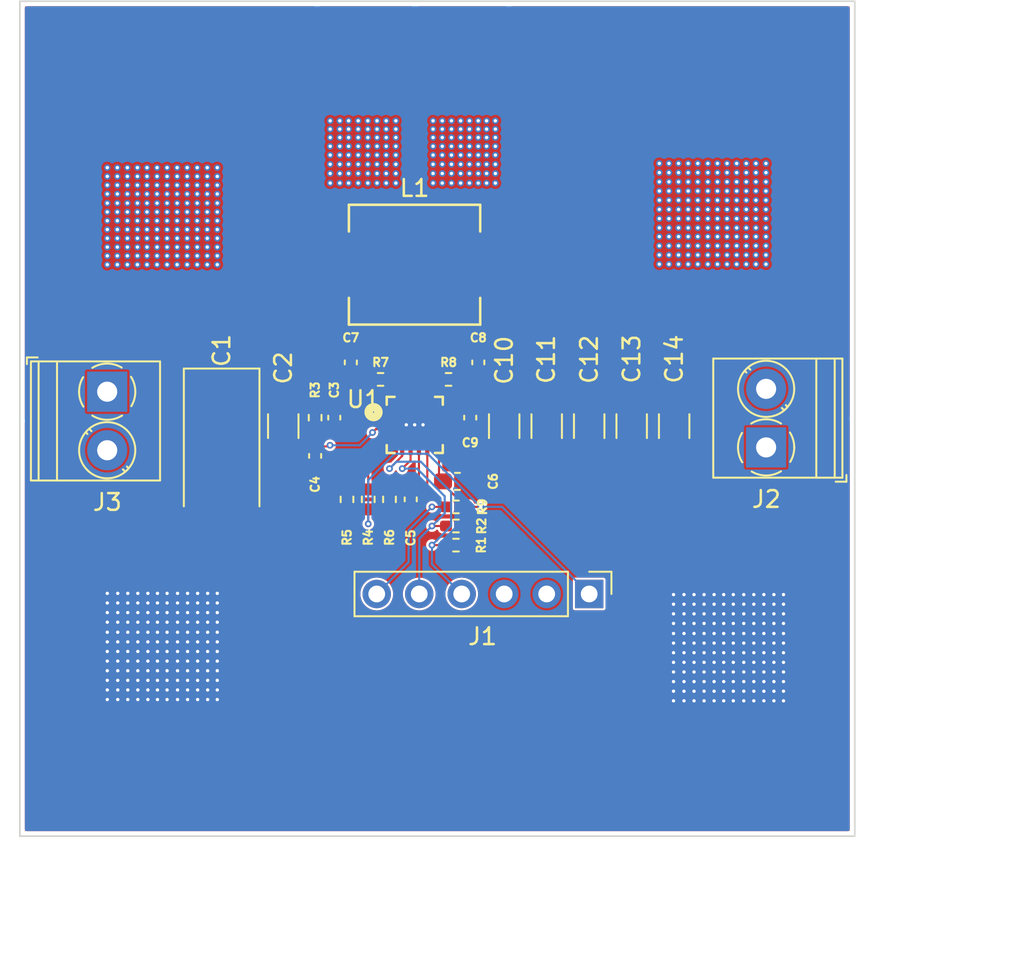
<source format=kicad_pcb>
(kicad_pcb (version 20221018) (generator pcbnew)
  (layers (0 "F.Cu" signal) (1 "In1.Cu" signal) (2 "In2.Cu" signal) (31 "B.Cu" signal) (34 "B.Paste" user) (35 "F.Paste" user) (36 "B.SilkS" user "B.Silkscreen") (37 "F.SilkS" user "F.Silkscreen") (38 "B.Mask" user) (39 "F.Mask" user) (44 "Edge.Cuts" user))
  (net 0 "")
  (net 1 "/IN")
  (net 2 "GND")
  (net 3 "Net-(U1-EN)")
  (net 4 "Net-(U1-OC)")
  (net 5 "VCC")
  (net 6 "Net-(U1-SW1)")
  (net 7 "Net-(C7-Pad2)")
  (net 8 "Net-(C8-Pad1)")
  (net 9 "Net-(U1-SW2)")
  (net 10 "/OUT")
  (net 11 "/SCL")
  (net 12 "/SDA")
  (net 13 "/ALT")
  (net 14 "Net-(U1-ADD)")
  (net 15 "Net-(U1-BST1)")
  (net 16 "Net-(U1-BST2)")
  (footprint "WE-LHMI-7050:IND_7050-WE-LHMI_WRE" (layer "F.Cu") (at 151.9936 65.278 180)
    (fp_text reference "L1")
    (fp_text value "10u")
  )
  (footprint "TerminalBlock_Phoenix:TerminalBlock_Phoenix_PT-1,5-2-3.5-H_1x02_P3.50mm_Horizontal" (layer "F.Cu") (at 173.01 76.2 90)
    (fp_text reference "J2")
    (fp_text value "Screw_Terminal_01x02")
  )
  (footprint "Capacitor_SMD:C_0402_1005Metric_Pad0.74x0.62mm_HandSolder" (layer "F.Cu") (at 155.321 74.422 -90)
    (fp_text reference "C9")
    (fp_text value "100n")
  )
  (footprint "Capacitor_SMD:C_0402_1005Metric_Pad0.74x0.62mm_HandSolder" (layer "F.Cu") (at 146.05 76.708 -90)
    (fp_text reference "C4")
    (fp_text value "22n")
  )
  (footprint "TerminalBlock_Phoenix:TerminalBlock_Phoenix_PT-1,5-2-3.5-H_1x02_P3.50mm_Horizontal" (layer "F.Cu") (at 133.62 72.87 -90)
    (fp_text reference "J3")
    (fp_text value "Screw_Terminal_01x02")
  )
  (footprint "Resistor_SMD:R_0402_1005Metric_Pad0.72x0.64mm_HandSolder" (layer "F.Cu") (at 147.955 79.3075 -90)
    (fp_text reference "R5")
    (fp_text value "301k")
  )
  (footprint "Capacitor_SMD:C_1206_3216Metric_Pad1.33x1.80mm_HandSolder" (layer "F.Cu") (at 164.973 74.93 -90)
    (fp_text reference "C13")
    (fp_text value "22u")
  )
  (footprint "MP8859:QFN-16_MP8859_00_MNP" (layer "F.Cu") (at 152.005599 74.856)
    (fp_text reference "U1")
    (fp_text value "MP8859GQ-0000-P")
  )
  (footprint "Capacitor_Tantalum_SMD:CP_EIA-7343-43_Kemet-X_Pad2.25x2.55mm_HandSolder" (layer "F.Cu") (at 140.462 76.073 -90)
    (fp_text reference "C1")
    (fp_text value "100u")
  )
  (footprint "Connector_PinHeader_2.54mm:PinHeader_1x06_P2.54mm_Vertical" (layer "F.Cu") (at 162.433 84.963 -90)
    (fp_text reference "J1")
    (fp_text value "Conn_01x06")
  )
  (footprint "Resistor_SMD:R_0402_1005Metric_Pad0.72x0.64mm_HandSolder" (layer "F.Cu") (at 146.05 74.422 -90)
    (fp_text reference "R3")
    (fp_text value "499k")
  )
  (footprint "Resistor_SMD:R_0402_1005Metric_Pad0.72x0.64mm_HandSolder" (layer "F.Cu") (at 154.4695 80.899 180)
    (fp_text reference "R2")
    (fp_text value "10k")
  )
  (footprint "Capacitor_SMD:C_0402_1005Metric_Pad0.74x0.62mm_HandSolder" (layer "F.Cu") (at 148.1836 71.12 -90)
    (fp_text reference "C7")
    (fp_text value "100n")
  )
  (footprint "Resistor_SMD:R_0402_1005Metric_Pad0.72x0.64mm_HandSolder" (layer "F.Cu") (at 149.225 79.3075 90)
    (fp_text reference "R4")
    (fp_text value "499k")
  )
  (footprint "Resistor_SMD:R_0402_1005Metric_Pad0.72x0.64mm_HandSolder" (layer "F.Cu") (at 150.495 79.3075 -90)
    (fp_text reference "R6")
    (fp_text value "21k5")
  )
  (footprint "Capacitor_SMD:C_1206_3216Metric_Pad1.33x1.80mm_HandSolder" (layer "F.Cu") (at 144.145 74.93 -90)
    (fp_text reference "C2")
    (fp_text value "22u")
  )
  (footprint "Capacitor_SMD:C_1206_3216Metric_Pad1.33x1.80mm_HandSolder" (layer "F.Cu") (at 157.353 74.93 -90)
    (fp_text reference "C10")
    (fp_text value "22u")
  )
  (footprint "Capacitor_SMD:C_0402_1005Metric_Pad0.74x0.62mm_HandSolder" (layer "F.Cu") (at 147.193 74.422 -90)
    (fp_text reference "C3")
    (fp_text value "100n")
  )
  (footprint "Capacitor_SMD:C_0402_1005Metric_Pad0.74x0.62mm_HandSolder" (layer "F.Cu") (at 155.8036 71.12 90)
    (fp_text reference "C8")
    (fp_text value "100n")
  )
  (footprint "Resistor_SMD:R_0402_1005Metric_Pad0.72x0.64mm_HandSolder" (layer "F.Cu") (at 154.0256 72.136)
    (fp_text reference "R8")
    (fp_text value "0")
  )
  (footprint "Resistor_SMD:R_0402_1005Metric_Pad0.72x0.64mm_HandSolder" (layer "F.Cu") (at 154.4695 79.756)
    (fp_text reference "R9")
    (fp_text value "100k")
  )
  (footprint "Capacitor_SMD:C_0402_1005Metric_Pad0.74x0.62mm_HandSolder" (layer "F.Cu") (at 151.765 79.3075 -90)
    (fp_text reference "C5")
    (fp_text value "22n")
  )
  (footprint "Resistor_SMD:R_0402_1005Metric_Pad0.72x0.64mm_HandSolder" (layer "F.Cu") (at 154.4695 82.042 180)
    (fp_text reference "R1")
    (fp_text value "10k")
  )
  (footprint "Capacitor_SMD:C_1206_3216Metric_Pad1.33x1.80mm_HandSolder" (layer "F.Cu") (at 159.893 74.93 -90)
    (fp_text reference "C11")
    (fp_text value "22u")
  )
  (footprint "Capacitor_SMD:C_1206_3216Metric_Pad1.33x1.80mm_HandSolder" (layer "F.Cu") (at 162.433 74.93 -90)
    (fp_text reference "C12")
    (fp_text value "22u")
  )
  (footprint "Resistor_SMD:R_0402_1005Metric_Pad0.72x0.64mm_HandSolder" (layer "F.Cu") (at 149.9616 72.136 180)
    (fp_text reference "R7")
    (fp_text value "0")
  )
  (footprint "Capacitor_SMD:C_0603_1608Metric_Pad1.08x0.95mm_HandSolder" (layer "F.Cu") (at 154.559 78.232)
    (fp_text reference "C6")
    (fp_text value "1u")
  )
  (footprint "Capacitor_SMD:C_1206_3216Metric_Pad1.33x1.80mm_HandSolder" (layer "F.Cu") (at 167.513 74.93 -90)
    (fp_text reference "C14")
    (fp_text value "22u")
  )
  (gr_line (start 178.308 49.53) (end 178.308 99.441) (stroke (width 0.1)) (layer "Edge.Cuts"))
  (gr_line (start 178.308 99.441) (end 128.397 99.441) (stroke (width 0.1)) (layer "Edge.Cuts"))
  (gr_line (start 128.397 49.53) (end 178.308 49.53) (stroke (width 0.1)) (layer "Edge.Cuts"))
  (gr_line (start 128.397 99.441) (end 128.397 49.53) (stroke (width 0.1)) (layer "Edge.Cuts"))
  (via (at 138.4 63.175) (size 0.4) (drill 0.2) (layers "F.Cu" "B.Cu") (net 1))
  (via (at 136 60.525) (size 0.4) (drill 0.2) (layers "F.Cu" "B.Cu") (net 1))
  (via (at 137.2 62.65) (size 0.4) (drill 0.2) (layers "F.Cu" "B.Cu") (net 1))
  (via (at 140.2 64.225) (size 0.4) (drill 0.2) (layers "F.Cu" "B.Cu") (net 1))
  (via (at 136.6 63.175) (size 0.4) (drill 0.2) (layers "F.Cu" "B.Cu") (net 1))
  (via (at 136.6 65.275) (size 0.4) (drill 0.2) (layers "F.Cu" "B.Cu") (net 1))
  (via (at 134.825 65.275) (size 0.4) (drill 0.2) (layers "F.Cu" "B.Cu") (net 1))
  (via (at 136 59.475) (size 0.4) (drill 0.2) (layers "F.Cu" "B.Cu") (net 1))
  (via (at 133.625 60) (size 0.4) (drill 0.2) (layers "F.Cu" "B.Cu") (net 1))
  (via (at 134.225 63.7) (size 0.4) (drill 0.2) (layers "F.Cu" "B.Cu") (net 1))
  (via (at 133.625 65.275) (size 0.4) (drill 0.2) (layers "F.Cu" "B.Cu") (net 1))
  (via (at 137.8 63.175) (size 0.4) (drill 0.2) (layers "F.Cu" "B.Cu") (net 1))
  (via (at 135.425 64.225) (size 0.4) (drill 0.2) (layers "F.Cu" "B.Cu") (net 1))
  (via (at 133.625 63.175) (size 0.4) (drill 0.2) (layers "F.Cu" "B.Cu") (net 1))
  (via (at 139 61.6) (size 0.4) (drill 0.2) (layers "F.Cu" "B.Cu") (net 1))
  (via (at 136 60) (size 0.4) (drill 0.2) (layers "F.Cu" "B.Cu") (net 1))
  (via (at 139 60) (size 0.4) (drill 0.2) (layers "F.Cu" "B.Cu") (net 1))
  (via (at 133.625 60.525) (size 0.4) (drill 0.2) (layers "F.Cu" "B.Cu") (net 1))
  (via (at 137.8 64.75) (size 0.4) (drill 0.2) (layers "F.Cu" "B.Cu") (net 1))
  (via (at 140.2 62.125) (size 0.4) (drill 0.2) (layers "F.Cu" "B.Cu") (net 1))
  (via (at 134.225 64.75) (size 0.4) (drill 0.2) (layers "F.Cu" "B.Cu") (net 1))
  (via (at 137.8 62.125) (size 0.4) (drill 0.2) (layers "F.Cu" "B.Cu") (net 1))
  (via (at 137.2 64.225) (size 0.4) (drill 0.2) (layers "F.Cu" "B.Cu") (net 1))
  (via (at 134.225 61.05) (size 0.4) (drill 0.2) (layers "F.Cu" "B.Cu") (net 1))
  (via (at 136.6 64.225) (size 0.4) (drill 0.2) (layers "F.Cu" "B.Cu") (net 1))
  (via (at 139.6 63.175) (size 0.4) (drill 0.2) (layers "F.Cu" "B.Cu") (net 1))
  (via (at 136 61.6) (size 0.4) (drill 0.2) (layers "F.Cu" "B.Cu") (net 1))
  (via (at 135.425 61.05) (size 0.4) (drill 0.2) (layers "F.Cu" "B.Cu") (net 1))
  (via (at 136.6 64.75) (size 0.4) (drill 0.2) (layers "F.Cu" "B.Cu") (net 1))
  (via (at 139.6 63.7) (size 0.4) (drill 0.2) (layers "F.Cu" "B.Cu") (net 1))
  (via (at 139.6 64.225) (size 0.4) (drill 0.2) (layers "F.Cu" "B.Cu") (net 1))
  (via (at 134.825 59.475) (size 0.4) (drill 0.2) (layers "F.Cu" "B.Cu") (net 1))
  (via (at 135.425 64.75) (size 0.4) (drill 0.2) (layers "F.Cu" "B.Cu") (net 1))
  (via (at 137.2 61.6) (size 0.4) (drill 0.2) (layers "F.Cu" "B.Cu") (net 1))
  (via (at 136.6 61.05) (size 0.4) (drill 0.2) (layers "F.Cu" "B.Cu") (net 1))
  (via (at 134.225 61.6) (size 0.4) (drill 0.2) (layers "F.Cu" "B.Cu") (net 1))
  (via (at 139 64.75) (size 0.4) (drill 0.2) (layers "F.Cu" "B.Cu") (net 1))
  (via (at 136.6 60.525) (size 0.4) (drill 0.2) (layers "F.Cu" "B.Cu") (net 1))
  (via (at 135.425 60.525) (size 0.4) (drill 0.2) (layers "F.Cu" "B.Cu") (net 1))
  (via (at 137.2 63.7) (size 0.4) (drill 0.2) (layers "F.Cu" "B.Cu") (net 1))
  (via (at 140.2 63.175) (size 0.4) (drill 0.2) (layers "F.Cu" "B.Cu") (net 1))
  (via (at 138.4 64.225) (size 0.4) (drill 0.2) (layers "F.Cu" "B.Cu") (net 1))
  (via (at 134.825 61.05) (size 0.4) (drill 0.2) (layers "F.Cu" "B.Cu") (net 1))
  (via (at 134.225 62.125) (size 0.4) (drill 0.2) (layers "F.Cu" "B.Cu") (net 1))
  (via (at 136 65.275) (size 0.4) (drill 0.2) (layers "F.Cu" "B.Cu") (net 1))
  (via (at 139.6 61.05) (size 0.4) (drill 0.2) (layers "F.Cu" "B.Cu") (net 1))
  (via (at 134.225 62.65) (size 0.4) (drill 0.2) (layers "F.Cu" "B.Cu") (net 1))
  (via (at 136 62.65) (size 0.4) (drill 0.2) (layers "F.Cu" "B.Cu") (net 1))
  (via (at 136 63.7) (size 0.4) (drill 0.2) (layers "F.Cu" "B.Cu") (net 1))
  (via (at 136 61.05) (size 0.4) (drill 0.2) (layers "F.Cu" "B.Cu") (net 1))
  (via (at 140.2 62.65) (size 0.4) (drill 0.2) (layers "F.Cu" "B.Cu") (net 1))
  (via (at 138.4 59.475) (size 0.4) (drill 0.2) (layers "F.Cu" "B.Cu") (net 1))
  (via (at 140.2 59.475) (size 0.4) (drill 0.2) (layers "F.Cu" "B.Cu") (net 1))
  (via (at 139.6 60) (size 0.4) (drill 0.2) (layers "F.Cu" "B.Cu") (net 1))
  (via (at 137.8 60) (size 0.4) (drill 0.2) (layers "F.Cu" "B.Cu") (net 1))
  (via (at 134.825 64.75) (size 0.4) (drill 0.2) (layers "F.Cu" "B.Cu") (net 1))
  (via (at 139.6 64.75) (size 0.4) (drill 0.2) (layers "F.Cu" "B.Cu") (net 1))
  (via (at 134.225 60) (size 0.4) (drill 0.2) (layers "F.Cu" "B.Cu") (net 1))
  (via (at 134.225 63.175) (size 0.4) (drill 0.2) (layers "F.Cu" "B.Cu") (net 1))
  (via (at 138.4 63.7) (size 0.4) (drill 0.2) (layers "F.Cu" "B.Cu") (net 1))
  (via (at 134.825 60.525) (size 0.4) (drill 0.2) (layers "F.Cu" "B.Cu") (net 1))
  (via (at 139 63.7) (size 0.4) (drill 0.2) (layers "F.Cu" "B.Cu") (net 1))
  (via (at 133.625 61.05) (size 0.4) (drill 0.2) (layers "F.Cu" "B.Cu") (net 1))
  (via (at 140.2 63.7) (size 0.4) (drill 0.2) (layers "F.Cu" "B.Cu") (net 1))
  (via (at 136.6 60) (size 0.4) (drill 0.2) (layers "F.Cu" "B.Cu") (net 1))
  (via (at 136 62.125) (size 0.4) (drill 0.2) (layers "F.Cu" "B.Cu") (net 1))
  (via (at 137.2 65.275) (size 0.4) (drill 0.2) (layers "F.Cu" "B.Cu") (net 1))
  (via (at 133.625 59.475) (size 0.4) (drill 0.2) (layers "F.Cu" "B.Cu") (net 1))
  (via (at 138.4 64.75) (size 0.4) (drill 0.2) (layers "F.Cu" "B.Cu") (net 1))
  (via (at 137.2 62.125) (size 0.4) (drill 0.2) (layers "F.Cu" "B.Cu") (net 1))
  (via (at 137.8 63.7) (size 0.4) (drill 0.2) (layers "F.Cu" "B.Cu") (net 1))
  (via (at 139 63.175) (size 0.4) (drill 0.2) (layers "F.Cu" "B.Cu") (net 1))
  (via (at 137.2 63.175) (size 0.4) (drill 0.2) (layers "F.Cu" "B.Cu") (net 1))
  (via (at 140.2 61.6) (size 0.4) (drill 0.2) (layers "F.Cu" "B.Cu") (net 1))
  (via (at 134.825 62.65) (size 0.4) (drill 0.2) (layers "F.Cu" "B.Cu") (net 1))
  (via (at 135.425 62.65) (size 0.4) (drill 0.2) (layers "F.Cu" "B.Cu") (net 1))
  (via (at 135.425 62.125) (size 0.4) (drill 0.2) (layers "F.Cu" "B.Cu") (net 1))
  (via (at 139 60.525) (size 0.4) (drill 0.2) (layers "F.Cu" "B.Cu") (net 1))
  (via (at 137.2 60) (size 0.4) (drill 0.2) (layers "F.Cu" "B.Cu") (net 1))
  (via (at 135.425 65.275) (size 0.4) (drill 0.2) (layers "F.Cu" "B.Cu") (net 1))
  (via (at 137.2 60.525) (size 0.4) (drill 0.2) (layers "F.Cu" "B.Cu") (net 1))
  (via (at 134.825 64.225) (size 0.4) (drill 0.2) (layers "F.Cu" "B.Cu") (net 1))
  (via (at 138.4 60) (size 0.4) (drill 0.2) (layers "F.Cu" "B.Cu") (net 1))
  (via (at 136.6 61.6) (size 0.4) (drill 0.2) (layers "F.Cu" "B.Cu") (net 1))
  (via (at 133.625 62.65) (size 0.4) (drill 0.2) (layers "F.Cu" "B.Cu") (net 1))
  (via (at 140.2 60) (size 0.4) (drill 0.2) (layers "F.Cu" "B.Cu") (net 1))
  (via (at 136 64.75) (size 0.4) (drill 0.2) (layers "F.Cu" "B.Cu") (net 1))
  (via (at 135.425 63.7) (size 0.4) (drill 0.2) (layers "F.Cu" "B.Cu") (net 1))
  (via (at 138.4 61.6) (size 0.4) (drill 0.2) (layers "F.Cu" "B.Cu") (net 1))
  (via (at 139.6 62.125) (size 0.4) (drill 0.2) (layers "F.Cu" "B.Cu") (net 1))
  (via (at 137.8 61.05) (size 0.4) (drill 0.2) (layers "F.Cu" "B.Cu") (net 1))
  (via (at 133.625 62.125) (size 0.4) (drill 0.2) (layers "F.Cu" "B.Cu") (net 1))
  (via (at 134.825 61.6) (size 0.4) (drill 0.2) (layers "F.Cu" "B.Cu") (net 1))
  (via (at 133.625 61.6) (size 0.4) (drill 0.2) (layers "F.Cu" "B.Cu") (net 1))
  (via (at 137.8 65.275) (size 0.4) (drill 0.2) (layers "F.Cu" "B.Cu") (net 1))
  (via (at 136.6 62.65) (size 0.4) (drill 0.2) (layers "F.Cu" "B.Cu") (net 1))
  (via (at 138.4 62.125) (size 0.4) (drill 0.2) (layers "F.Cu" "B.Cu") (net 1))
  (via (at 135.425 60) (size 0.4) (drill 0.2) (layers "F.Cu" "B.Cu") (net 1))
  (via (at 134.225 64.225) (size 0.4) (drill 0.2) (layers "F.Cu" "B.Cu") (net 1))
  (via (at 139 62.65) (size 0.4) (drill 0.2) (layers "F.Cu" "B.Cu") (net 1))
  (via (at 136.6 59.475) (size 0.4) (drill 0.2) (layers "F.Cu" "B.Cu") (net 1))
  (via (at 135.425 61.6) (size 0.4) (drill 0.2) (layers "F.Cu" "B.Cu") (net 1))
  (via (at 134.825 63.175) (size 0.4) (drill 0.2) (layers "F.Cu" "B.Cu") (net 1))
  (via (at 133.625 64.75) (size 0.4) (drill 0.2) (layers "F.Cu" "B.Cu") (net 1))
  (via (at 138.4 60.525) (size 0.4) (drill 0.2) (layers "F.Cu" "B.Cu") (net 1))
  (via (at 139.6 62.65) (size 0.4) (drill 0.2) (layers "F.Cu" "B.Cu") (net 1))
  (via (at 137.8 61.6) (size 0.4) (drill 0.2) (layers "F.Cu" "B.Cu") (net 1))
  (via (at 134.225 65.275) (size 0.4) (drill 0.2) (layers "F.Cu" "B.Cu") (net 1))
  (via (at 138.4 62.65) (size 0.4) (drill 0.2) (layers "F.Cu" "B.Cu") (net 1))
  (via (at 136 64.225) (size 0.4) (drill 0.2) (layers "F.Cu" "B.Cu") (net 1))
  (via (at 137.2 64.75) (size 0.4) (drill 0.2) (layers "F.Cu" "B.Cu") (net 1))
  (via (at 136.6 63.7) (size 0.4) (drill 0.2) (layers "F.Cu" "B.Cu") (net 1))
  (via (at 134.825 60) (size 0.4) (drill 0.2) (layers "F.Cu" "B.Cu") (net 1))
  (via (at 135.425 59.475) (size 0.4) (drill 0.2) (layers "F.Cu" "B.Cu") (net 1))
  (via (at 137.8 64.225) (size 0.4) (drill 0.2) (layers "F.Cu" "B.Cu") (net 1))
  (via (at 139 61.05) (size 0.4) (drill 0.2) (layers "F.Cu" "B.Cu") (net 1))
  (via (at 139.6 59.475) (size 0.4) (drill 0.2) (layers "F.Cu" "B.Cu") (net 1))
  (via (at 139.6 61.6) (size 0.4) (drill 0.2) (layers "F.Cu" "B.Cu") (net 1))
  (via (at 133.625 64.225) (size 0.4) (drill 0.2) (layers "F.Cu" "B.Cu") (net 1))
  (via (at 137.8 60.525) (size 0.4) (drill 0.2) (layers "F.Cu" "B.Cu") (net 1))
  (via (at 139.6 60.525) (size 0.4) (drill 0.2) (layers "F.Cu" "B.Cu") (net 1))
  (via (at 139.6 65.275) (size 0.4) (drill 0.2) (layers "F.Cu" "B.Cu") (net 1))
  (via (at 134.225 60.525) (size 0.4) (drill 0.2) (layers "F.Cu" "B.Cu") (net 1))
  (via (at 136 63.175) (size 0.4) (drill 0.2) (layers "F.Cu" "B.Cu") (net 1))
  (via (at 135.425 63.175) (size 0.4) (drill 0.2) (layers "F.Cu" "B.Cu") (net 1))
  (via (at 134.825 63.7) (size 0.4) (drill 0.2) (layers "F.Cu" "B.Cu") (net 1))
  (via (at 136.6 62.125) (size 0.4) (drill 0.2) (layers "F.Cu" "B.Cu") (net 1))
  (via (at 140.2 60.525) (size 0.4) (drill 0.2) (layers "F.Cu" "B.Cu") (net 1))
  (via (at 140.2 65.275) (size 0.4) (drill 0.2) (layers "F.Cu" "B.Cu") (net 1))
  (via (at 140.2 64.75) (size 0.4) (drill 0.2) (layers "F.Cu" "B.Cu") (net 1))
  (via (at 139 65.275) (size 0.4) (drill 0.2) (layers "F.Cu" "B.Cu") (net 1))
  (via (at 138.4 65.275) (size 0.4) (drill 0.2) (layers "F.Cu" "B.Cu") (net 1))
  (via (at 140.2 61.05) (size 0.4) (drill 0.2) (layers "F.Cu" "B.Cu") (net 1))
  (via (at 137.8 62.65) (size 0.4) (drill 0.2) (layers "F.Cu" "B.Cu") (net 1))
  (via (at 138.4 61.05) (size 0.4) (drill 0.2) (layers "F.Cu" "B.Cu") (net 1))
  (via (at 134.825 62.125) (size 0.4) (drill 0.2) (layers "F.Cu" "B.Cu") (net 1))
  (via (at 139 59.475) (size 0.4) (drill 0.2) (layers "F.Cu" "B.Cu") (net 1))
  (via (at 137.8 59.475) (size 0.4) (drill 0.2) (layers "F.Cu" "B.Cu") (net 1))
  (via (at 134.225 59.475) (size 0.4) (drill 0.2) (layers "F.Cu" "B.Cu") (net 1))
  (via (at 133.625 63.7) (size 0.4) (drill 0.2) (layers "F.Cu" "B.Cu") (net 1))
  (via (at 139 62.125) (size 0.4) (drill 0.2) (layers "F.Cu" "B.Cu") (net 1))
  (via (at 137.2 61.05) (size 0.4) (drill 0.2) (layers "F.Cu" "B.Cu") (net 1))
  (via (at 139 64.225) (size 0.4) (drill 0.2) (layers "F.Cu" "B.Cu") (net 1))
  (via (at 137.2 59.475) (size 0.4) (drill 0.2) (layers "F.Cu" "B.Cu") (net 1))
  (via (at 133.625 85.5) (size 0.4) (drill 0.2) (layers "F.Cu" "B.Cu") (net 2))
  (via (at 169.3 90.2) (size 0.4) (drill 0.2) (layers "F.Cu" "B.Cu") (net 2))
  (via (at 174.05 91.35) (size 0.4) (drill 0.2) (layers "F.Cu" "B.Cu") (net 2))
  (via (at 134.25 86.65) (size 0.4) (drill 0.2) (layers "F.Cu" "B.Cu") (net 2))
  (via (at 138.425 87.825) (size 0.4) (drill 0.2) (layers "F.Cu" "B.Cu") (net 2))
  (via (at 169.9 85.575) (size 0.4) (drill 0.2) (layers "F.Cu" "B.Cu") (net 2))
  (via (at 171.05 87.325) (size 0.4) (drill 0.2) (layers "F.Cu" "B.Cu") (net 2))
  (via (at 137.825 88.4) (size 0.4) (drill 0.2) (layers "F.Cu" "B.Cu") (net 2))
  (via (at 167.475 90.775) (size 0.4) (drill 0.2) (layers "F.Cu" "B.Cu") (net 2))
  (via (at 133.625 90.125) (size 0.4) (drill 0.2) (layers "F.Cu" "B.Cu") (net 2))
  (via (at 136.625 88.4) (size 0.4) (drill 0.2) (layers "F.Cu" "B.Cu") (net 2))
  (via (at 134.85 85.5) (size 0.4) (drill 0.2) (layers "F.Cu" "B.Cu") (net 2))
  (via (at 136.05 84.925) (size 0.4) (drill 0.2) (layers "F.Cu" "B.Cu") (net 2))
  (via (at 173.475 87.9) (size 0.4) (drill 0.2) (layers "F.Cu" "B.Cu") (net 2))
  (via (at 170.475 89.625) (size 0.4) (drill 0.2) (layers "F.Cu" "B.Cu") (net 2))
  (via (at 136.625 86.65) (size 0.4) (drill 0.2) (layers "F.Cu" "B.Cu") (net 2))
  (via (at 169.9 87.325) (size 0.4) (drill 0.2) (layers "F.Cu" "B.Cu") (net 2))
  (via (at 168.7 91.35) (size 0.4) (drill 0.2) (layers "F.Cu" "B.Cu") (net 2))
  (via (at 134.25 86.075) (size 0.4) (drill 0.2) (layers "F.Cu" "B.Cu") (net 2))
  (via (at 137.825 87.825) (size 0.4) (drill 0.2) (layers "F.Cu" "B.Cu") (net 2))
  (via (at 139.625 91.275) (size 0.4) (drill 0.2) (layers "F.Cu" "B.Cu") (net 2))
  (via (at 171.05 85.575) (size 0.4) (drill 0.2) (layers "F.Cu" "B.Cu") (net 2))
  (via (at 135.45 85.5) (size 0.4) (drill 0.2) (layers "F.Cu" "B.Cu") (net 2))
  (via (at 133.625 87.25) (size 0.4) (drill 0.2) (layers "F.Cu" "B.Cu") (net 2))
  (via (at 134.85 91.275) (size 0.4) (drill 0.2) (layers "F.Cu" "B.Cu") (net 2))
  (via (at 134.85 90.7) (size 0.4) (drill 0.2) (layers "F.Cu" "B.Cu") (net 2))
  (via (at 136.625 86.075) (size 0.4) (drill 0.2) (layers "F.Cu" "B.Cu") (net 2))
  (via (at 173.475 85.575) (size 0.4) (drill 0.2) (layers "F.Cu" "B.Cu") (net 2))
  (via (at 171.675 86.15) (size 0.4) (drill 0.2) (layers "F.Cu" "B.Cu") (net 2))
  (via (at 172.875 90.775) (size 0.4) (drill 0.2) (layers "F.Cu" "B.Cu") (net 2))
  (via (at 134.85 90.125) (size 0.4) (drill 0.2) (layers "F.Cu" "B.Cu") (net 2))
  (via (at 172.875 85.575) (size 0.4) (drill 0.2) (layers "F.Cu" "B.Cu") (net 2))
  (via (at 168.1 85.575) (size 0.4) (drill 0.2) (layers "F.Cu" "B.Cu") (net 2))
  (via (at 168.7 85) (size 0.4) (drill 0.2) (layers "F.Cu" "B.Cu") (net 2))
  (via (at 139.625 84.925) (size 0.4) (drill 0.2) (layers "F.Cu" "B.Cu") (net 2))
  (via (at 171.675 85) (size 0.4) (drill 0.2) (layers "F.Cu" "B.Cu") (net 2))
  (via (at 134.25 87.825) (size 0.4) (drill 0.2) (layers "F.Cu" "B.Cu") (net 2))
  (via (at 168.7 86.15) (size 0.4) (drill 0.2) (layers "F.Cu" "B.Cu") (net 2))
  (via (at 135.45 89.55) (size 0.4) (drill 0.2) (layers "F.Cu" "B.Cu") (net 2))
  (via (at 173.475 86.725) (size 0.4) (drill 0.2) (layers "F.Cu" "B.Cu") (net 2))
  (via (at 172.275 88.475) (size 0.4) (drill 0.2) (layers "F.Cu" "B.Cu") (net 2))
  (via (at 135.45 88.4) (size 0.4) (drill 0.2) (layers "F.Cu" "B.Cu") (net 2))
  (via (at 171.05 90.2) (size 0.4) (drill 0.2) (layers "F.Cu" "B.Cu") (net 2))
  (via (at 174.05 85) (size 0.4) (drill 0.2) (layers "F.Cu" "B.Cu") (net 2))
  (via (at 169.3 89.05) (size 0.4) (drill 0.2) (layers "F.Cu" "B.Cu") (net 2))
  (via (at 170.475 88.475) (size 0.4) (drill 0.2) (layers "F.Cu" "B.Cu") (net 2))
  (via (at 134.25 84.925) (size 0.4) (drill 0.2) (layers "F.Cu" "B.Cu") (net 2))
  (via (at 172.875 85) (size 0.4) (drill 0.2) (layers "F.Cu" "B.Cu") (net 2))
  (via (at 172.275 87.9) (size 0.4) (drill 0.2) (layers "F.Cu" "B.Cu") (net 2))
  (via (at 136.625 91.275) (size 0.4) (drill 0.2) (layers "F.Cu" "B.Cu") (net 2))
  (via (at 167.475 85.575) (size 0.4) (drill 0.2) (layers "F.Cu" "B.Cu") (net 2))
  (via (at 133.625 88.975) (size 0.4) (drill 0.2) (layers "F.Cu" "B.Cu") (net 2))
  (via (at 133.625 84.925) (size 0.4) (drill 0.2) (layers "F.Cu" "B.Cu") (net 2))
  (via (at 137.2 88.4) (size 0.4) (drill 0.2) (layers "F.Cu" "B.Cu") (net 2))
  (via (at 171.05 90.775) (size 0.4) (drill 0.2) (layers "F.Cu" "B.Cu") (net 2))
  (via (at 136.625 88.975) (size 0.4) (drill 0.2) (layers "F.Cu" "B.Cu") (net 2))
  (via (at 169.9 85) (size 0.4) (drill 0.2) (layers "F.Cu" "B.Cu") (net 2))
  (via (at 172.275 89.625) (size 0.4) (drill 0.2) (layers "F.Cu" "B.Cu") (net 2))
  (via (at 168.7 89.625) (size 0.4) (drill 0.2) (layers "F.Cu" "B.Cu") (net 2))
  (via (at 171.675 85.575) (size 0.4) (drill 0.2) (layers "F.Cu" "B.Cu") (net 2))
  (via (at 139.625 87.25) (size 0.4) (drill 0.2) (layers "F.Cu" "B.Cu") (net 2))
  (via (at 140.2 88.4) (size 0.4) (drill 0.2) (layers "F.Cu" "B.Cu") (net 2))
  (via (at 135.45 91.275) (size 0.4) (drill 0.2) (layers "F.Cu" "B.Cu") (net 2))
  (via (at 170.475 86.725) (size 0.4) (drill 0.2) (layers "F.Cu" "B.Cu") (net 2))
  (via (at 169.3 86.15) (size 0.4) (drill 0.2) (layers "F.Cu" "B.Cu") (net 2))
  (via (at 140.2 84.925) (size 0.4) (drill 0.2) (layers "F.Cu" "B.Cu") (net 2))
  (via (at 171.05 86.725) (size 0.4) (drill 0.2) (layers "F.Cu" "B.Cu") (net 2))
  (via (at 170.475 87.325) (size 0.4) (drill 0.2) (layers "F.Cu" "B.Cu") (net 2))
  (via (at 168.7 88.475) (size 0.4) (drill 0.2) (layers "F.Cu" "B.Cu") (net 2))
  (via (at 135.45 90.125) (size 0.4) (drill 0.2) (layers "F.Cu" "B.Cu") (net 2))
  (via (at 168.7 89.05) (size 0.4) (drill 0.2) (layers "F.Cu" "B.Cu") (net 2))
  (via (at 168.1 91.35) (size 0.4) (drill 0.2) (layers "F.Cu" "B.Cu") (net 2))
  (via (at 169.3 91.35) (size 0.4) (drill 0.2) (layers "F.Cu" "B.Cu") (net 2))
  (via (at 172.275 87.325) (size 0.4) (drill 0.2) (layers "F.Cu" "B.Cu") (net 2))
  (via (at 134.25 90.7) (size 0.4) (drill 0.2) (layers "F.Cu" "B.Cu") (net 2))
  (via (at 136.625 90.7) (size 0.4) (drill 0.2) (layers "F.Cu" "B.Cu") (net 2))
  (via (at 168.7 85.575) (size 0.4) (drill 0.2) (layers "F.Cu" "B.Cu") (net 2))
  (via (at 139.625 86.075) (size 0.4) (drill 0.2) (layers "F.Cu" "B.Cu") (net 2))
  (via (at 137.2 91.275) (size 0.4) (drill 0.2) (layers "F.Cu" "B.Cu") (net 2))
  (via (at 169.9 87.9) (size 0.4) (drill 0.2) (layers "F.Cu" "B.Cu") (net 2))
  (via (at 140.2 88.975) (size 0.4) (drill 0.2) (layers "F.Cu" "B.Cu") (net 2))
  (via (at 137.825 84.925) (size 0.4) (drill 0.2) (layers "F.Cu" "B.Cu") (net 2))
  (via (at 139.625 90.7) (size 0.4) (drill 0.2) (layers "F.Cu" "B.Cu") (net 2))
  (via (at 169.9 90.2) (size 0.4) (drill 0.2) (layers "F.Cu" "B.Cu") (net 2))
  (via (at 171.05 89.625) (size 0.4) (drill 0.2) (layers "F.Cu" "B.Cu") (net 2))
  (via (at 170.475 90.2) (size 0.4) (drill 0.2) (layers "F.Cu" "B.Cu") (net 2))
  (via (at 174.05 89.05) (size 0.4) (drill 0.2) (layers "F.Cu" "B.Cu") (net 2))
  (via (at 169.3 86.725) (size 0.4) (drill 0.2) (layers "F.Cu" "B.Cu") (net 2))
  (via (at 172.275 86.725) (size 0.4) (drill 0.2) (layers "F.Cu" "B.Cu") (net 2))
  (via (at 168.1 90.775) (size 0.4) (drill 0.2) (layers "F.Cu" "B.Cu") (net 2))
  (via (at 139.025 90.7) (size 0.4) (drill 0.2) (layers "F.Cu" "B.Cu") (net 2))
  (via (at 135.45 84.925) (size 0.4) (drill 0.2) (layers "F.Cu" "B.Cu") (net 2))
  (via (at 139.625 88.4) (size 0.4) (drill 0.2) (layers "F.Cu" "B.Cu") (net 2))
  (via (at 137.2 86.65) (size 0.4) (drill 0.2) (layers "F.Cu" "B.Cu") (net 2))
  (via (at 139.625 87.825) (size 0.4) (drill 0.2) (layers "F.Cu" "B.Cu") (net 2))
  (via (at 152 74.85) (size 0.4) (drill 0.2) (layers "F.Cu" "B.Cu") (net 2))
  (via (at 168.1 86.725) (size 0.4) (drill 0.2) (layers "F.Cu" "B.Cu") (net 2))
  (via (at 136.05 89.55) (size 0.4) (drill 0.2) (layers "F.Cu" "B.Cu") (net 2))
  (via (at 167.475 87.325) (size 0.4) (drill 0.2) (layers "F.Cu" "B.Cu") (net 2))
  (via (at 140.2 85.5) (size 0.4) (drill 0.2) (layers "F.Cu" "B.Cu") (net 2))
  (via (at 136.05 87.825) (size 0.4) (drill 0.2) (layers "F.Cu" "B.Cu") (net 2))
  (via (at 139.025 85.5) (size 0.4) (drill 0.2) (layers "F.Cu" "B.Cu") (net 2))
  (via (at 137.825 90.125) (size 0.4) (drill 0.2) (layers "F.Cu" "B.Cu") (net 2))
  (via (at 167.475 89.05) (size 0.4) (drill 0.2) (layers "F.Cu" "B.Cu") (net 2))
  (via (at 170.475 89.05) (size 0.4) (drill 0.2) (layers "F.Cu" "B.Cu") (net 2))
  (via (at 133.625 86.075) (size 0.4) (drill 0.2) (layers "F.Cu" "B.Cu") (net 2))
  (via (at 136.05 90.7) (size 0.4) (drill 0.2) (layers "F.Cu" "B.Cu") (net 2))
  (via (at 136.05 86.075) (size 0.4) (drill 0.2) (layers "F.Cu" "B.Cu") (net 2))
  (via (at 139.025 91.275) (size 0.4) (drill 0.2) (layers "F.Cu" "B.Cu") (net 2))
  (via (at 139.025 87.825) (size 0.4) (drill 0.2) (layers "F.Cu" "B.Cu") (net 2))
  (via (at 137.2 87.25) (size 0.4) (drill 0.2) (layers "F.Cu" "B.Cu") (net 2))
  (via (at 133.625 89.55) (size 0.4) (drill 0.2) (layers "F.Cu" "B.Cu") (net 2))
  (via (at 139.025 89.55) (size 0.4) (drill 0.2) (layers "F.Cu" "B.Cu") (net 2))
  (via (at 168.1 86.15) (size 0.4) (drill 0.2) (layers "F.Cu" "B.Cu") (net 2))
  (via (at 137.2 87.825) (size 0.4) (drill 0.2) (layers "F.Cu" "B.Cu") (net 2))
  (via (at 133.625 91.275) (size 0.4) (drill 0.2) (layers "F.Cu" "B.Cu") (net 2))
  (via (at 136.625 87.25) (size 0.4) (drill 0.2) (layers "F.Cu" "B.Cu") (net 2))
  (via (at 173.475 87.325) (size 0.4) (drill 0.2) (layers "F.Cu" "B.Cu") (net 2))
  (via (at 135.45 87.25) (size 0.4) (drill 0.2) (layers "F.Cu" "B.Cu") (net 2))
  (via (at 138.425 90.7) (size 0.4) (drill 0.2) (layers "F.Cu" "B.Cu") (net 2))
  (via (at 137.825 89.55) (size 0.4) (drill 0.2) (layers "F.Cu" "B.Cu") (net 2))
  (via (at 134.85 84.925) (size 0.4) (drill 0.2) (layers "F.Cu" "B.Cu") (net 2))
  (via (at 140.2 89.55) (size 0.4) (drill 0.2) (layers "F.Cu" "B.Cu") (net 2))
  (via (at 171.675 89.05) (size 0.4) (drill 0.2) (layers "F.Cu" "B.Cu") (net 2))
  (via (at 172.875 87.9) (size 0.4) (drill 0.2) (layers "F.Cu" "B.Cu") (net 2))
  (via (at 133.625 87.825) (size 0.4) (drill 0.2) (layers "F.Cu" "B.Cu") (net 2))
  (via (at 138.425 88.4) (size 0.4) (drill 0.2) (layers "F.Cu" "B.Cu") (net 2))
  (via (at 139.025 86.65) (size 0.4) (drill 0.2) (layers "F.Cu" "B.Cu") (net 2))
  (via (at 134.85 86.075) (size 0.4) (drill 0.2) (layers "F.Cu" "B.Cu") (net 2))
  (via (at 136.05 88.975) (size 0.4) (drill 0.2) (layers "F.Cu" "B.Cu") (net 2))
  (via (at 133.625 86.65) (size 0.4) (drill 0.2) (layers "F.Cu" "B.Cu") (net 2))
  (via (at 174.05 86.725) (size 0.4) (drill 0.2) (layers "F.Cu" "B.Cu") (net 2))
  (via (at 171.05 91.35) (size 0.4) (drill 0.2) (layers "F.Cu" "B.Cu") (net 2))
  (via (at 168.1 87.325) (size 0.4) (drill 0.2) (layers "F.Cu" "B.Cu") (net 2))
  (via (at 168.1 89.05) (size 0.4) (drill 0.2) (layers "F.Cu" "B.Cu") (net 2))
  (via (at 168.1 85) (size 0.4) (drill 0.2) (layers "F.Cu" "B.Cu") (net 2))
  (via (at 137.825 91.275) (size 0.4) (drill 0.2) (layers "F.Cu" "B.Cu") (net 2))
  (via (at 170.475 86.15) (size 0.4) (drill 0.2) (layers "F.Cu" "B.Cu") (net 2))
  (via (at 167.475 86.725) (size 0.4) (drill 0.2) (layers "F.Cu" "B.Cu") (net 2))
  (via (at 139.025 88.975) (size 0.4) (drill 0.2) (layers "F.Cu" "B.Cu") (net 2))
  (via (at 167.475 88.475) (size 0.4) (drill 0.2) (layers "F.Cu" "B.Cu") (net 2))
  (via (at 171.05 85) (size 0.4) (drill 0.2) (layers "F.Cu" "B.Cu") (net 2))
  (via (at 134.25 90.125) (size 0.4) (drill 0.2) (layers "F.Cu" "B.Cu") (net 2))
  (via (at 169.9 86.725) (size 0.4) (drill 0.2) (layers "F.Cu" "B.Cu") (net 2))
  (via (at 140.2 87.825) (size 0.4) (drill 0.2) (layers "F.Cu" "B.Cu") (net 2))
  (via (at 169.3 85.575) (size 0.4) (drill 0.2) (layers "F.Cu" "B.Cu") (net 2))
  (via (at 134.85 87.825) (size 0.4) (drill 0.2) (layers "F.Cu" "B.Cu") (net 2))
  (via (at 167.475 91.35) (size 0.4) (drill 0.2) (layers "F.Cu" "B.Cu") (net 2))
  (via (at 170.475 87.9) (size 0.4) (drill 0.2) (layers "F.Cu" "B.Cu") (net 2))
  (via (at 171.675 86.725) (size 0.4) (drill 0.2) (layers "F.Cu" "B.Cu") (net 2))
  (via (at 169.9 86.15) (size 0.4) (drill 0.2) (layers "F.Cu" "B.Cu") (net 2))
  (via (at 137.2 90.7) (size 0.4) (drill 0.2) (layers "F.Cu" "B.Cu") (net 2))
  (via (at 135.45 86.075) (size 0.4) (drill 0.2) (layers "F.Cu" "B.Cu") (net 2))
  (via (at 171.05 89.05) (size 0.4) (drill 0.2) (layers "F.Cu" "B.Cu") (net 2))
  (via (at 174.05 87.325) (size 0.4) (drill 0.2) (layers "F.Cu" "B.Cu") (net 2))
  (via (at 135.45 90.7) (size 0.4) (drill 0.2) (layers "F.Cu" "B.Cu") (net 2))
  (via (at 169.3 85) (size 0.4) (drill 0.2) (layers "F.Cu" "B.Cu") (net 2))
  (via (at 172.875 90.2) (size 0.4) (drill 0.2) (layers "F.Cu" "B.Cu") (net 2))
  (via (at 138.425 91.275) (size 0.4) (drill 0.2) (layers "F.Cu" "B.Cu") (net 2))
  (via (at 140.2 86.075) (size 0.4) (drill 0.2) (layers "F.Cu" "B.Cu") (net 2))
  (via (at 174.05 90.775) (size 0.4) (drill 0.2) (layers "F.Cu" "B.Cu") (net 2))
  (via (at 172.875 86.15) (size 0.4) (drill 0.2) (layers "F.Cu" "B.Cu") (net 2))
  (via (at 134.25 91.275) (size 0.4) (drill 0.2) (layers "F.Cu" "B.Cu") (net 2))
  (via (at 140.2 90.125) (size 0.4) (drill 0.2) (layers "F.Cu" "B.Cu") (net 2))
  (via (at 138.425 87.25) (size 0.4) (drill 0.2) (layers "F.Cu" "B.Cu") (net 2))
  (via (at 172.875 91.35) (size 0.4) (drill 0.2) (layers "F.Cu" "B.Cu") (net 2))
  (via (at 169.3 88.475) (size 0.4) (drill 0.2) (layers "F.Cu" "B.Cu") (net 2))
  (via (at 133.625 90.7) (size 0.4) (drill 0.2) (layers "F.Cu" "B.Cu") (net 2))
  (via (at 168.1 88.475) (size 0.4) (drill 0.2) (layers "F.Cu" "B.Cu") (net 2))
  (via (at 167.475 89.625) (size 0.4) (drill 0.2) (layers "F.Cu" "B.Cu") (net 2))
  (via (at 172.875 89.625) (size 0.4) (drill 0.2) (layers "F.Cu" "B.Cu") (net 2))
  (via (at 139.025 86.075) (size 0.4) (drill 0.2) (layers "F.Cu" "B.Cu") (net 2))
  (via (at 134.25 87.25) (size 0.4) (drill 0.2) (layers "F.Cu" "B.Cu") (net 2))
  (via (at 135.45 87.825) (size 0.4) (drill 0.2) (layers "F.Cu" "B.Cu") (net 2))
  (via (at 136.625 84.925) (size 0.4) (drill 0.2) (layers "F.Cu" "B.Cu") (net 2))
  (via (at 138.425 86.075) (size 0.4) (drill 0.2) (layers "F.Cu" "B.Cu") (net 2))
  (via (at 168.7 87.9) (size 0.4) (drill 0.2) (layers "F.Cu" "B.Cu") (net 2))
  (via (at 138.425 84.925) (size 0.4) (drill 0.2) (layers "F.Cu" "B.Cu") (net 2))
  (via (at 138.425 88.975) (size 0.4) (drill 0.2) (layers "F.Cu" "B.Cu") (net 2))
  (via (at 171.675 90.2) (size 0.4) (drill 0.2) (layers "F.Cu" "B.Cu") (net 2))
  (via (at 137.825 86.075) (size 0.4) (drill 0.2) (layers "F.Cu" "B.Cu") (net 2))
  (via (at 171.675 91.35) (size 0.4) (drill 0.2) (layers "F.Cu" "B.Cu") (net 2))
  (via (at 139.025 90.125) (size 0.4) (drill 0.2) (layers "F.Cu" "B.Cu") (net 2))
  (via (at 169.3 87.9) (size 0.4) (drill 0.2) (layers "F.Cu" "B.Cu") (net 2))
  (via (at 137.2 88.975) (size 0.4) (drill 0.2) (layers "F.Cu" "B.Cu") (net 2))
  (via (at 136.05 88.4) (size 0.4) (drill 0.2) (layers "F.Cu" "B.Cu") (net 2))
  (via (at 140.2 91.275) (size 0.4) (drill 0.2) (layers "F.Cu" "B.Cu") (net 2))
  (via (at 134.85 89.55) (size 0.4) (drill 0.2) (layers "F.Cu" "B.Cu") (net 2))
  (via (at 137.825 86.65) (size 0.4) (drill 0.2) (layers "F.Cu" "B.Cu") (net 2))
  (via (at 169.9 89.05) (size 0.4) (drill 0.2) (layers "F.Cu" "B.Cu") (net 2))
  (via (at 133.625 88.4) (size 0.4) (drill 0.2) (layers "F.Cu" "B.Cu") (net 2))
  (via (at 136.05 86.65) (size 0.4) (drill 0.2) (layers "F.Cu" "B.Cu") (net 2))
  (via (at 173.475 89.625) (size 0.4) (drill 0.2) (layers "F.Cu" "B.Cu") (net 2))
  (via (at 172.875 87.325) (size 0.4) (drill 0.2) (layers "F.Cu" "B.Cu") (net 2))
  (via (at 172.275 91.35) (size 0.4) (drill 0.2) (layers "F.Cu" "B.Cu") (net 2))
  (via (at 172.875 88.475) (size 0.4) (drill 0.2) (layers "F.Cu" "B.Cu") (net 2))
  (via (at 136.05 91.275) (size 0.4) (drill 0.2) (layers "F.Cu" "B.Cu") (net 2))
  (via (at 173.475 89.05) (size 0.4) (drill 0.2) (layers "F.Cu" "B.Cu") (net 2))
  (via (at 134.85 88.975) (size 0.4) (drill 0.2) (layers "F.Cu" "B.Cu") (net 2))
  (via (at 169.9 88.475) (size 0.4) (drill 0.2) (layers "F.Cu" "B.Cu") (net 2))
  (via (at 171.05 86.15) (size 0.4) (drill 0.2) (layers "F.Cu" "B.Cu") (net 2))
  (via (at 137.825 90.7) (size 0.4) (drill 0.2) (layers "F.Cu" "B.Cu") (net 2))
  (via (at 137.2 89.55) (size 0.4) (drill 0.2) (layers "F.Cu" "B.Cu") (net 2))
  (via (at 137.825 85.5) (size 0.4) (drill 0.2) (layers "F.Cu" "B.Cu") (net 2))
  (via (at 172.875 89.05) (size 0.4) (drill 0.2) (layers "F.Cu" "B.Cu") (net 2))
  (via (at 139.625 90.125) (size 0.4) (drill 0.2) (layers "F.Cu" "B.Cu") (net 2))
  (via (at 139.625 85.5) (size 0.4) (drill 0.2) (layers "F.Cu" "B.Cu") (net 2))
  (via (at 136.625 90.125) (size 0.4) (drill 0.2) (layers "F.Cu" "B.Cu") (net 2))
  (via (at 169.3 90.775) (size 0.4) (drill 0.2) (layers "F.Cu" "B.Cu") (net 2))
  (via (at 137.2 84.925) (size 0.4) (drill 0.2) (layers "F.Cu" "B.Cu") (net 2))
  (via (at 139.025 88.4) (size 0.4) (drill 0.2) (layers "F.Cu" "B.Cu") (net 2))
  (via (at 171.675 89.625) (size 0.4) (drill 0.2) (layers "F.Cu" "B.Cu") (net 2))
  (via (at 139.025 87.25) (size 0.4) (drill 0.2) (layers "F.Cu" "B.Cu") (net 2))
  (via (at 134.85 87.25) (size 0.4) (drill 0.2) (layers "F.Cu" "B.Cu") (net 2))
  (via (at 173.475 85) (size 0.4) (drill 0.2) (layers "F.Cu" "B.Cu") (net 2))
  (via (at 171.05 87.9) (size 0.4) (drill 0.2) (layers "F.Cu" "B.Cu") (net 2))
  (via (at 137.2 85.5) (size 0.4) (drill 0.2) (layers "F.Cu" "B.Cu") (net 2))
  (via (at 173.475 88.475) (size 0.4) (drill 0.2) (layers "F.Cu" "B.Cu") (net 2))
  (via (at 138.425 85.5) (size 0.4) (drill 0.2) (layers "F.Cu" "B.Cu") (net 2))
  (via (at 139.625 89.55) (size 0.4) (drill 0.2) (layers "F.Cu" "B.Cu") (net 2))
  (via (at 139.025 84.925) (size 0.4) (drill 0.2) (layers "F.Cu" "B.Cu") (net 2))
  (via (at 170.475 85.575) (size 0.4) (drill 0.2) (layers "F.Cu" "B.Cu") (net 2))
  (via (at 172.875 86.725) (size 0.4) (drill 0.2) (layers "F.Cu" "B.Cu") (net 2))
  (via (at 171.675 87.325) (size 0.4) (drill 0.2) (layers "F.Cu" "B.Cu") (net 2))
  (via (at 173.475 86.15) (size 0.4) (drill 0.2) (layers "F.Cu" "B.Cu") (net 2))
  (via (at 168.1 89.625) (size 0.4) (drill 0.2) (layers "F.Cu" "B.Cu") (net 2))
  (via (at 168.7 86.725) (size 0.4) (drill 0.2) (layers "F.Cu" "B.Cu") (net 2))
  (via (at 168.7 90.775) (size 0.4) (drill 0.2) (layers "F.Cu" "B.Cu") (net 2))
  (via (at 167.475 87.9) (size 0.4) (drill 0.2) (layers "F.Cu" "B.Cu") (net 2))
  (via (at 171.675 88.475) (size 0.4) (drill 0.2) (layers "F.Cu" "B.Cu") (net 2))
  (via (at 136.05 85.5) (size 0.4) (drill 0.2) (layers "F.Cu" "B.Cu") (net 2))
  (via (at 169.9 91.35) (size 0.4) (drill 0.2) (layers "F.Cu" "B.Cu") (net 2))
  (via (at 172.275 85.575) (size 0.4) (drill 0.2) (layers "F.Cu" "B.Cu") (net 2))
  (via (at 138.425 86.65) (size 0.4) (drill 0.2) (layers "F.Cu" "B.Cu") (net 2))
  (via (at 140.2 87.25) (size 0.4) (drill 0.2) (layers "F.Cu" "B.Cu") (net 2))
  (via (at 139.625 88.975) (size 0.4) (drill 0.2) (layers "F.Cu" "B.Cu") (net 2))
  (via (at 167.475 90.2) (size 0.4) (drill 0.2) (layers "F.Cu" "B.Cu") (net 2))
  (via (at 137.825 88.975) (size 0.4) (drill 0.2) (layers "F.Cu" "B.Cu") (net 2))
  (via (at 137.2 86.075) (size 0.4) (drill 0.2) (layers "F.Cu" "B.Cu") (net 2))
  (via (at 174.05 87.9) (size 0.4) (drill 0.2) (layers "F.Cu" "B.Cu") (net 2))
  (via (at 168.7 87.325) (size 0.4) (drill 0.2) (layers "F.Cu" "B.Cu") (net 2))
  (via (at 134.25 85.5) (size 0.4) (drill 0.2) (layers "F.Cu" "B.Cu") (net 2))
  (via (at 169.3 87.325) (size 0.4) (drill 0.2) (layers "F.Cu" "B.Cu") (net 2))
  (via (at 168.1 90.2) (size 0.4) (drill 0.2) (layers "F.Cu" "B.Cu") (net 2))
  (via (at 174.05 90.2) (size 0.4) (drill 0.2) (layers "F.Cu" "B.Cu") (net 2))
  (via (at 169.9 89.625) (size 0.4) (drill 0.2) (layers "F.Cu" "B.Cu") (net 2))
  (via (at 171.675 90.775) (size 0.4) (drill 0.2) (layers "F.Cu" "B.Cu") (net 2))
  (via (at 136.05 87.25) (size 0.4) (drill 0.2) (layers "F.Cu" "B.Cu") (net 2))
  (via (at 173.475 90.775) (size 0.4) (drill 0.2) (layers "F.Cu" "B.Cu") (net 2))
  (via (at 169.3 89.625) (size 0.4) (drill 0.2) (layers "F.Cu" "B.Cu") (net 2))
  (via (at 174.05 88.475) (size 0.4) (drill 0.2) (layers "F.Cu" "B.Cu") (net 2))
  (via (at 168.7 90.2) (size 0.4) (drill 0.2) (layers "F.Cu" "B.Cu") (net 2))
  (via (at 167.475 86.15) (size 0.4) (drill 0.2) (layers "F.Cu" "B.Cu") (net 2))
  (via (at 174.05 89.625) (size 0.4) (drill 0.2) (layers "F.Cu" "B.Cu") (net 2))
  (via (at 174.05 86.15) (size 0.4) (drill 0.2) (layers "F.Cu" "B.Cu") (net 2))
  (via (at 136.625 87.825) (size 0.4) (drill 0.2) (layers "F.Cu" "B.Cu") (net 2))
  (via (at 137.2 90.125) (size 0.4) (drill 0.2) (layers "F.Cu" "B.Cu") (net 2))
  (via (at 174.05 85.575) (size 0.4) (drill 0.2) (layers "F.Cu" "B.Cu") (net 2))
  (via (at 152.5 74.85) (size 0.4) (drill 0.2) (layers "F.Cu" "B.Cu") (net 2))
  (via (at 167.475 85) (size 0.4) (drill 0.2) (layers "F.Cu" "B.Cu") (net 2))
  (via (at 134.85 86.65) (size 0.4) (drill 0.2) (layers "F.Cu" "B.Cu") (net 2))
  (via (at 136.625 85.5) (size 0.4) (drill 0.2) (layers "F.Cu" "B.Cu") (net 2))
  (via (at 134.25 89.55) (size 0.4) (drill 0.2) (layers "F.Cu" "B.Cu") (net 2))
  (via (at 171.05 88.475) (size 0.4) (drill 0.2) (layers "F.Cu" "B.Cu") (net 2))
  (via (at 135.45 86.65) (size 0.4) (drill 0.2) (layers "F.Cu" "B.Cu") (net 2))
  (via (at 172.275 86.15) (size 0.4) (drill 0.2) (layers "F.Cu" "B.Cu") (net 2))
  (via (at 172.275 90.775) (size 0.4) (drill 0.2) (layers "F.Cu" "B.Cu") (net 2))
  (via (at 138.425 90.125) (size 0.4) (drill 0.2) (layers "F.Cu" "B.Cu") (net 2))
  (via (at 140.2 90.7) (size 0.4) (drill 0.2) (layers "F.Cu" "B.Cu") (net 2))
  (via (at 170.475 85) (size 0.4) (drill 0.2) (layers "F.Cu" "B.Cu") (net 2))
  (via (at 151.5 74.85) (size 0.4) (drill 0.2) (layers "F.Cu" "B.Cu") (net 2))
  (via (at 172.275 89.05) (size 0.4) (drill 0.2) (layers "F.Cu" "B.Cu") (net 2))
  (via (at 136.05 90.125) (size 0.4) (drill 0.2) (layers "F.Cu" "B.Cu") (net 2))
  (via (at 134.25 88.975) (size 0.4) (drill 0.2) (layers "F.Cu" "B.Cu") (net 2))
  (via (at 170.475 90.775) (size 0.4) (drill 0.2) (layers "F.Cu" "B.Cu") (net 2))
  (via (at 172.275 90.2) (size 0.4) (drill 0.2) (layers "F.Cu" "B.Cu") (net 2))
  (via (at 135.45 88.975) (size 0.4) (drill 0.2) (layers "F.Cu" "B.Cu") (net 2))
  (via (at 139.625 86.65) (size 0.4) (drill 0.2) (layers "F.Cu" "B.Cu") (net 2))
  (via (at 170.475 91.35) (size 0.4) (drill 0.2) (layers "F.Cu" "B.Cu") (net 2))
  (via (at 171.675 87.9) (size 0.4) (drill 0.2) (layers "F.Cu" "B.Cu") (net 2))
  (via (at 134.85 88.4) (size 0.4) (drill 0.2) (layers "F.Cu" "B.Cu") (net 2))
  (via (at 136.625 89.55) (size 0.4) (drill 0.2) (layers "F.Cu" "B.Cu") (net 2))
  (via (at 134.25 88.4) (size 0.4) (drill 0.2) (layers "F.Cu" "B.Cu") (net 2))
  (via (at 168.1 87.9) (size 0.4) (drill 0.2) (layers "F.Cu" "B.Cu") (net 2))
  (via (at 173.475 90.2) (size 0.4) (drill 0.2) (layers "F.Cu" "B.Cu") (net 2))
  (via (at 138.425 89.55) (size 0.4) (drill 0.2) (layers "F.Cu" "B.Cu") (net 2))
  (via (at 172.275 85) (size 0.4) (drill 0.2) (layers "F.Cu" "B.Cu") (net 2))
  (via (at 169.9 90.775) (size 0.4) (drill 0.2) (layers "F.Cu" "B.Cu") (net 2))
  (via (at 137.825 87.25) (size 0.4) (drill 0.2) (layers "F.Cu" "B.Cu") (net 2))
  (via (at 173.475 91.35) (size 0.4) (drill 0.2) (layers "F.Cu" "B.Cu") (net 2))
  (via (at 140.2 86.65) (size 0.4) (drill 0.2) (layers "F.Cu" "B.Cu") (net 2))
  (segment (start 150.555599 75.106) (end 149.684 75.106) (width 0.127) (layer "F.Cu") (net 3))
  (segment (start 146.05 76.1405) (end 146.8715 76.1405) (width 0.125) (layer "F.Cu") (net 3))
  (segment (start 146.05 75.0195) (end 146.05 76.1405) (width 0.125) (layer "F.Cu") (net 3))
  (segment (start 146.8715 76.1405) (end 146.939 76.073) (width 0.125) (layer "F.Cu") (net 3))
  (segment (start 149.684 75.106) (end 149.479 75.311) (width 0.127) (layer "F.Cu") (net 3))
  (via (at 146.939 76.073) (size 0.4) (drill 0.2) (layers "F.Cu" "B.Cu") (net 3))
  (via (at 149.479 75.311) (size 0.4) (drill 0.2) (layers "F.Cu" "B.Cu") (net 3))
  (segment (start 148.717 76.073) (end 149.479 75.311) (width 0.125) (layer "B.Cu") (net 3))
  (segment (start 146.939 76.073) (end 148.717 76.073) (width 0.125) (layer "B.Cu") (net 3))
  (segment (start 152.255599 76.064786) (end 152.255599 78.249401) (width 0.127) (layer "F.Cu") (net 4))
  (segment (start 151.765 78.74) (end 150.525 78.74) (width 0.127) (layer "F.Cu") (net 4))
  (segment (start 150.525 78.74) (end 150.495 78.71) (width 0.127) (layer "F.Cu") (net 4))
  (segment (start 152.255599 78.249401) (end 151.765 78.74) (width 0.127) (layer "F.Cu") (net 4))
  (segment (start 153.6965 78.232) (end 153.6965 78.3855) (width 0.127) (layer "F.Cu") (net 5))
  (segment (start 153.455599 75.606001) (end 153.455599 77.991099) (width 0.127) (layer "F.Cu") (net 5))
  (segment (start 153.455599 77.991099) (end 153.6965 78.232) (width 0.127) (layer "F.Cu") (net 5))
  (segment (start 149.225 79.905) (end 149.225 80.772) (width 0.127) (layer "F.Cu") (net 5))
  (segment (start 155.067 79.756) (end 155.956 79.756) (width 0.127) (layer "F.Cu") (net 5))
  (segment (start 153.6965 78.3855) (end 155.067 79.756) (width 0.127) (layer "F.Cu") (net 5))
  (segment (start 155.067 80.899) (end 155.067 82.042) (width 0.127) (layer "F.Cu") (net 5))
  (segment (start 155.067 79.756) (end 155.067 80.899) (width 0.127) (layer "F.Cu") (net 5))
  (via (at 149.225 80.772) (size 0.4) (drill 0.2) (layers "F.Cu" "B.Cu") (net 5))
  (via (at 155.956 79.756) (size 0.4) (drill 0.2) (layers "F.Cu" "B.Cu") (net 5))
  (segment (start 149.225 78.155222) (end 150.799222 76.581) (width 0.127) (layer "B.Cu") (net 5))
  (segment (start 155.956 79.756) (end 157.226 79.756) (width 0.127) (layer "B.Cu") (net 5))
  (segment (start 157.226 79.756) (end 162.433 84.963) (width 0.127) (layer "B.Cu") (net 5))
  (segment (start 152.781 76.581) (end 155.956 79.756) (width 0.127) (layer "B.Cu") (net 5))
  (segment (start 150.799222 76.581) (end 152.781 76.581) (width 0.127) (layer "B.Cu") (net 5))
  (segment (start 149.225 80.772) (end 149.225 78.155222) (width 0.127) (layer "B.Cu") (net 5))
  (via (at 147.525 58.2) (size 0.4) (drill 0.2) (layers "F.Cu" "B.Cu") (net 6))
  (via (at 150.3 58.725) (size 0.4) (drill 0.2) (layers "F.Cu" "B.Cu") (net 6))
  (via (at 149.2 58.2) (size 0.4) (drill 0.2) (layers "F.Cu" "B.Cu") (net 6))
  (via (at 150.875 58.2) (size 0.4) (drill 0.2) (layers "F.Cu" "B.Cu") (net 6))
  (via (at 149.2 56.675) (size 0.4) (drill 0.2) (layers "F.Cu" "B.Cu") (net 6))
  (via (at 149.75 60.4) (size 0.4) (drill 0.2) (layers "F.Cu" "B.Cu") (net 6))
  (via (at 149.2 57.675) (size 0.4) (drill 0.2) (layers "F.Cu" "B.Cu") (net 6))
  (via (at 147.525 58.725) (size 0.4) (drill 0.2) (layers "F.Cu" "B.Cu") (net 6))
  (via (at 148.05 57.675) (size 0.4) (drill 0.2) (layers "F.Cu" "B.Cu") (net 6))
  (via (at 149.2 60.4) (size 0.4) (drill 0.2) (layers "F.Cu" "B.Cu") (net 6))
  (via (at 148.625 58.725) (size 0.4) (drill 0.2) (layers "F.Cu" "B.Cu") (net 6))
  (via (at 150.3 58.2) (size 0.4) (drill 0.2) (layers "F.Cu" "B.Cu") (net 6))
  (via (at 149.2 57.175) (size 0.4) (drill 0.2) (layers "F.Cu" "B.Cu") (net 6))
  (via (at 150.875 56.675) (size 0.4) (drill 0.2) (layers "F.Cu" "B.Cu") (net 6))
  (via (at 148.625 59.275) (size 0.4) (drill 0.2) (layers "F.Cu" "B.Cu") (net 6))
  (via (at 148.625 57.675) (size 0.4) (drill 0.2) (layers "F.Cu" "B.Cu") (net 6))
  (via (at 150.875 57.675) (size 0.4) (drill 0.2) (layers "F.Cu" "B.Cu") (net 6))
  (via (at 146.95 57.175) (size 0.4) (drill 0.2) (layers "F.Cu" "B.Cu") (net 6))
  (via (at 150.875 59.275) (size 0.4) (drill 0.2) (layers "F.Cu" "B.Cu") (net 6))
  (via (at 150.875 58.725) (size 0.4) (drill 0.2) (layers "F.Cu" "B.Cu") (net 6))
  (via (at 150.3 57.175) (size 0.4) (drill 0.2) (layers "F.Cu" "B.Cu") (net 6))
  (via (at 148.05 58.2) (size 0.4) (drill 0.2) (layers "F.Cu" "B.Cu") (net 6))
  (via (at 148.625 60.4) (size 0.4) (drill 0.2) (layers "F.Cu" "B.Cu") (net 6))
  (via (at 149.75 56.675) (size 0.4) (drill 0.2) (layers "F.Cu" "B.Cu") (net 6))
  (via (at 150.875 60.4) (size 0.4) (drill 0.2) (layers "F.Cu" "B.Cu") (net 6))
  (via (at 148.625 59.825) (size 0.4) (drill 0.2) (layers "F.Cu" "B.Cu") (net 6))
  (via (at 149.75 59.825) (size 0.4) (drill 0.2) (layers "F.Cu" "B.Cu") (net 6))
  (via (at 149.75 57.675) (size 0.4) (drill 0.2) (layers "F.Cu" "B.Cu") (net 6))
  (via (at 146.95 60.4) (size 0.4) (drill 0.2) (layers "F.Cu" "B.Cu") (net 6))
  (via (at 148.625 58.2) (size 0.4) (drill 0.2) (layers "F.Cu" "B.Cu") (net 6))
  (via (at 147.525 59.825) (size 0.4) (drill 0.2) (layers "F.Cu" "B.Cu") (net 6))
  (via (at 146.95 57.675) (size 0.4) (drill 0.2) (layers "F.Cu" "B.Cu") (net 6))
  (via (at 150.3 56.675) (size 0.4) (drill 0.2) (layers "F.Cu" "B.Cu") (net 6))
  (via (at 147.525 59.275) (size 0.4) (drill 0.2) (layers "F.Cu" "B.Cu") (net 6))
  (via (at 149.75 58.725) (size 0.4) (drill 0.2) (layers "F.Cu" "B.Cu") (net 6))
  (via (at 148.625 57.175) (size 0.4) (drill 0.2) (layers "F.Cu" "B.Cu") (net 6))
  (via (at 148.05 56.675) (size 0.4) (drill 0.2) (layers "F.Cu" "B.Cu") (net 6))
  (via (at 147.525 57.675) (size 0.4) (drill 0.2) (layers "F.Cu" "B.Cu") (net 6))
  (via (at 146.95 59.825) (size 0.4) (drill 0.2) (layers "F.Cu" "B.Cu") (net 6))
  (via (at 150.3 59.825) (size 0.4) (drill 0.2) (layers "F.Cu" "B.Cu") (net 6))
  (via (at 148.05 57.175) (size 0.4) (drill 0.2) (layers "F.Cu" "B.Cu") (net 6))
  (via (at 146.95 58.725) (size 0.4) (drill 0.2) (layers "F.Cu" "B.Cu") (net 6))
  (via (at 149.2 59.275) (size 0.4) (drill 0.2) (layers "F.Cu" "B.Cu") (net 6))
  (via (at 148.05 59.275) (size 0.4) (drill 0.2) (layers "F.Cu" "B.Cu") (net 6))
  (via (at 149.75 59.275) (size 0.4) (drill 0.2) (layers "F.Cu" "B.Cu") (net 6))
  (via (at 146.95 59.275) (size 0.4) (drill 0.2) (layers "F.Cu" "B.Cu") (net 6))
  (via (at 150.875 59.825) (size 0.4) (drill 0.2) (layers "F.Cu" "B.Cu") (net 6))
  (via (at 148.05 58.725) (size 0.4) (drill 0.2) (layers "F.Cu" "B.Cu") (net 6))
  (via (at 149.75 58.2) (size 0.4) (drill 0.2) (layers "F.Cu" "B.Cu") (net 6))
  (via (at 147.525 57.175) (size 0.4) (drill 0.2) (layers "F.Cu" "B.Cu") (net 6))
  (via (at 146.95 58.2) (size 0.4) (drill 0.2) (layers "F.Cu" "B.Cu") (net 6))
  (via (at 148.05 59.825) (size 0.4) (drill 0.2) (layers "F.Cu" "B.Cu") (net 6))
  (via (at 149.2 58.725) (size 0.4) (drill 0.2) (layers "F.Cu" "B.Cu") (net 6))
  (via (at 150.3 60.4) (size 0.4) (drill 0.2) (layers "F.Cu" "B.Cu") (net 6))
  (via (at 149.2 59.825) (size 0.4) (drill 0.2) (layers "F.Cu" "B.Cu") (net 6))
  (via (at 150.3 59.275) (size 0.4) (drill 0.2) (layers "F.Cu" "B.Cu") (net 6))
  (via (at 146.95 56.675) (size 0.4) (drill 0.2) (layers "F.Cu" "B.Cu") (net 6))
  (via (at 148.05 60.4) (size 0.4) (drill 0.2) (layers "F.Cu" "B.Cu") (net 6))
  (via (at 148.625 56.675) (size 0.4) (drill 0.2) (layers "F.Cu" "B.Cu") (net 6))
  (via (at 150.3 57.675) (size 0.4) (drill 0.2) (layers "F.Cu" "B.Cu") (net 6))
  (via (at 147.525 60.4) (size 0.4) (drill 0.2) (layers "F.Cu" "B.Cu") (net 6))
  (via (at 149.75 57.175) (size 0.4) (drill 0.2) (layers "F.Cu" "B.Cu") (net 6))
  (via (at 150.875 57.175) (size 0.4) (drill 0.2) (layers "F.Cu" "B.Cu") (net 6))
  (via (at 147.525 56.675) (size 0.4) (drill 0.2) (layers "F.Cu" "B.Cu") (net 6))
  (segment (start 149.3641 72.136) (end 148.6321 72.136) (width 0.127) (layer "F.Cu") (net 7))
  (segment (start 148.6321 72.136) (end 148.1836 71.6875) (width 0.127) (layer "F.Cu") (net 7))
  (segment (start 155.3551 72.136) (end 155.8036 71.6875) (width 0.127) (layer "F.Cu") (net 8))
  (segment (start 154.6231 72.136) (end 155.3551 72.136) (width 0.127) (layer "F.Cu") (net 8))
  (via (at 155.8 59.275) (size 0.4) (drill 0.2) (layers "F.Cu" "B.Cu") (net 9))
  (via (at 153.65 57.675) (size 0.4) (drill 0.2) (layers "F.Cu" "B.Cu") (net 9))
  (via (at 155.275 56.675) (size 0.4) (drill 0.2) (layers "F.Cu" "B.Cu") (net 9))
  (via (at 153.1 56.675) (size 0.4) (drill 0.2) (layers "F.Cu" "B.Cu") (net 9))
  (via (at 154.2 58.2) (size 0.4) (drill 0.2) (layers "F.Cu" "B.Cu") (net 9))
  (via (at 154.75 60.4) (size 0.4) (drill 0.2) (layers "F.Cu" "B.Cu") (net 9))
  (via (at 156.825 59.825) (size 0.4) (drill 0.2) (layers "F.Cu" "B.Cu") (net 9))
  (via (at 154.75 57.175) (size 0.4) (drill 0.2) (layers "F.Cu" "B.Cu") (net 9))
  (via (at 156.825 56.675) (size 0.4) (drill 0.2) (layers "F.Cu" "B.Cu") (net 9))
  (via (at 153.1 59.825) (size 0.4) (drill 0.2) (layers "F.Cu" "B.Cu") (net 9))
  (via (at 156.825 57.175) (size 0.4) (drill 0.2) (layers "F.Cu" "B.Cu") (net 9))
  (via (at 155.8 58.2) (size 0.4) (drill 0.2) (layers "F.Cu" "B.Cu") (net 9))
  (via (at 153.1 59.275) (size 0.4) (drill 0.2) (layers "F.Cu" "B.Cu") (net 9))
  (via (at 154.75 57.675) (size 0.4) (drill 0.2) (layers "F.Cu" "B.Cu") (net 9))
  (via (at 155.8 57.175) (size 0.4) (drill 0.2) (layers "F.Cu" "B.Cu") (net 9))
  (via (at 153.65 58.2) (size 0.4) (drill 0.2) (layers "F.Cu" "B.Cu") (net 9))
  (via (at 156.3 58.725) (size 0.4) (drill 0.2) (layers "F.Cu" "B.Cu") (net 9))
  (via (at 156.825 58.2) (size 0.4) (drill 0.2) (layers "F.Cu" "B.Cu") (net 9))
  (via (at 155.8 59.825) (size 0.4) (drill 0.2) (layers "F.Cu" "B.Cu") (net 9))
  (via (at 154.75 58.725) (size 0.4) (drill 0.2) (layers "F.Cu" "B.Cu") (net 9))
  (via (at 154.2 57.175) (size 0.4) (drill 0.2) (layers "F.Cu" "B.Cu") (net 9))
  (via (at 153.1 58.725) (size 0.4) (drill 0.2) (layers "F.Cu" "B.Cu") (net 9))
  (via (at 155.8 60.4) (size 0.4) (drill 0.2) (layers "F.Cu" "B.Cu") (net 9))
  (via (at 155.275 57.175) (size 0.4) (drill 0.2) (layers "F.Cu" "B.Cu") (net 9))
  (via (at 154.2 57.675) (size 0.4) (drill 0.2) (layers "F.Cu" "B.Cu") (net 9))
  (via (at 153.65 60.4) (size 0.4) (drill 0.2) (layers "F.Cu" "B.Cu") (net 9))
  (via (at 154.2 59.275) (size 0.4) (drill 0.2) (layers "F.Cu" "B.Cu") (net 9))
  (via (at 156.3 60.4) (size 0.4) (drill 0.2) (layers "F.Cu" "B.Cu") (net 9))
  (via (at 156.3 59.275) (size 0.4) (drill 0.2) (layers "F.Cu" "B.Cu") (net 9))
  (via (at 153.65 58.725) (size 0.4) (drill 0.2) (layers "F.Cu" "B.Cu") (net 9))
  (via (at 155.275 57.675) (size 0.4) (drill 0.2) (layers "F.Cu" "B.Cu") (net 9))
  (via (at 156.825 57.675) (size 0.4) (drill 0.2) (layers "F.Cu" "B.Cu") (net 9))
  (via (at 156.3 59.825) (size 0.4) (drill 0.2) (layers "F.Cu" "B.Cu") (net 9))
  (via (at 153.1 57.675) (size 0.4) (drill 0.2) (layers "F.Cu" "B.Cu") (net 9))
  (via (at 154.2 59.825) (size 0.4) (drill 0.2) (layers "F.Cu" "B.Cu") (net 9))
  (via (at 156.825 60.4) (size 0.4) (drill 0.2) (layers "F.Cu" "B.Cu") (net 9))
  (via (at 155.8 56.675) (size 0.4) (drill 0.2) (layers "F.Cu" "B.Cu") (net 9))
  (via (at 155.275 58.725) (size 0.4) (drill 0.2) (layers "F.Cu" "B.Cu") (net 9))
  (via (at 156.3 57.675) (size 0.4) (drill 0.2) (layers "F.Cu" "B.Cu") (net 9))
  (via (at 154.2 56.675) (size 0.4) (drill 0.2) (layers "F.Cu" "B.Cu") (net 9))
  (via (at 154.75 59.825) (size 0.4) (drill 0.2) (layers "F.Cu" "B.Cu") (net 9))
  (via (at 153.1 60.4) (size 0.4) (drill 0.2) (layers "F.Cu" "B.Cu") (net 9))
  (via (at 153.65 59.825) (size 0.4) (drill 0.2) (layers "F.Cu" "B.Cu") (net 9))
  (via (at 153.65 59.275) (size 0.4) (drill 0.2) (layers "F.Cu" "B.Cu") (net 9))
  (via (at 156.825 58.725) (size 0.4) (drill 0.2) (layers "F.Cu" "B.Cu") (net 9))
  (via (at 156.3 56.675) (size 0.4) (drill 0.2) (layers "F.Cu" "B.Cu") (net 9))
  (via (at 153.1 58.2) (size 0.4) (drill 0.2) (layers "F.Cu" "B.Cu") (net 9))
  (via (at 155.275 59.275) (size 0.4) (drill 0.2) (layers "F.Cu" "B.Cu") (net 9))
  (via (at 154.75 56.675) (size 0.4) (drill 0.2) (layers "F.Cu" "B.Cu") (net 9))
  (via (at 154.75 59.275) (size 0.4) (drill 0.2) (layers "F.Cu" "B.Cu") (net 9))
  (via (at 153.65 57.175) (size 0.4) (drill 0.2) (layers "F.Cu" "B.Cu") (net 9))
  (via (at 155.8 57.675) (size 0.4) (drill 0.2) (layers "F.Cu" "B.Cu") (net 9))
  (via (at 156.3 58.2) (size 0.4) (drill 0.2) (layers "F.Cu" "B.Cu") (net 9))
  (via (at 155.275 58.2) (size 0.4) (drill 0.2) (layers "F.Cu" "B.Cu") (net 9))
  (via (at 155.275 60.4) (size 0.4) (drill 0.2) (layers "F.Cu" "B.Cu") (net 9))
  (via (at 154.2 58.725) (size 0.4) (drill 0.2) (layers "F.Cu" "B.Cu") (net 9))
  (via (at 155.275 59.825) (size 0.4) (drill 0.2) (layers "F.Cu" "B.Cu") (net 9))
  (via (at 155.8 58.725) (size 0.4) (drill 0.2) (layers "F.Cu" "B.Cu") (net 9))
  (via (at 156.3 57.175) (size 0.4) (drill 0.2) (layers "F.Cu" "B.Cu") (net 9))
  (via (at 153.1 57.175) (size 0.4) (drill 0.2) (layers "F.Cu" "B.Cu") (net 9))
  (via (at 156.825 59.275) (size 0.4) (drill 0.2) (layers "F.Cu" "B.Cu") (net 9))
  (via (at 153.65 56.675) (size 0.4) (drill 0.2) (layers "F.Cu" "B.Cu") (net 9))
  (via (at 154.2 60.4) (size 0.4) (drill 0.2) (layers "F.Cu" "B.Cu") (net 9))
  (via (at 154.75 58.2) (size 0.4) (drill 0.2) (layers "F.Cu" "B.Cu") (net 9))
  (via (at 168.35 63.6) (size 0.4) (drill 0.2) (layers "F.Cu" "B.Cu") (net 10))
  (via (at 167.775 63.075) (size 0.4) (drill 0.2) (layers "F.Cu" "B.Cu") (net 10))
  (via (at 167.775 65.25) (size 0.4) (drill 0.2) (layers "F.Cu" "B.Cu") (net 10))
  (via (at 170.1 64.7) (size 0.4) (drill 0.2) (layers "F.Cu" "B.Cu") (net 10))
  (via (at 168.35 63.075) (size 0.4) (drill 0.2) (layers "F.Cu" "B.Cu") (net 10))
  (via (at 172.4 60.325) (size 0.4) (drill 0.2) (layers "F.Cu" "B.Cu") (net 10))
  (via (at 172.4 65.25) (size 0.4) (drill 0.2) (layers "F.Cu" "B.Cu") (net 10))
  (via (at 172.4 62.525) (size 0.4) (drill 0.2) (layers "F.Cu" "B.Cu") (net 10))
  (via (at 168.35 64.15) (size 0.4) (drill 0.2) (layers "F.Cu" "B.Cu") (net 10))
  (via (at 168.35 61.425) (size 0.4) (drill 0.2) (layers "F.Cu" "B.Cu") (net 10))
  (via (at 169.525 61.975) (size 0.4) (drill 0.2) (layers "F.Cu" "B.Cu") (net 10))
  (via (at 170.675 63.075) (size 0.4) (drill 0.2) (layers "F.Cu" "B.Cu") (net 10))
  (via (at 168.35 62.525) (size 0.4) (drill 0.2) (layers "F.Cu" "B.Cu") (net 10))
  (via (at 170.1 63.6) (size 0.4) (drill 0.2) (layers "F.Cu" "B.Cu") (net 10))
  (via (at 170.1 63.075) (size 0.4) (drill 0.2) (layers "F.Cu" "B.Cu") (net 10))
  (via (at 170.1 65.25) (size 0.4) (drill 0.2) (layers "F.Cu" "B.Cu") (net 10))
  (via (at 171.25 63.075) (size 0.4) (drill 0.2) (layers "F.Cu" "B.Cu") (net 10))
  (via (at 166.625 65.25) (size 0.4) (drill 0.2) (layers "F.Cu" "B.Cu") (net 10))
  (via (at 169.525 61.425) (size 0.4) (drill 0.2) (layers "F.Cu" "B.Cu") (net 10))
  (via (at 168.925 61.425) (size 0.4) (drill 0.2) (layers "F.Cu" "B.Cu") (net 10))
  (via (at 170.675 62.525) (size 0.4) (drill 0.2) (layers "F.Cu" "B.Cu") (net 10))
  (via (at 167.2 61.425) (size 0.4) (drill 0.2) (layers "F.Cu" "B.Cu") (net 10))
  (via (at 171.25 61.425) (size 0.4) (drill 0.2) (layers "F.Cu" "B.Cu") (net 10))
  (via (at 170.1 60.325) (size 0.4) (drill 0.2) (layers "F.Cu" "B.Cu") (net 10))
  (via (at 172.4 61.975) (size 0.4) (drill 0.2) (layers "F.Cu" "B.Cu") (net 10))
  (via (at 171.825 61.425) (size 0.4) (drill 0.2) (layers "F.Cu" "B.Cu") (net 10))
  (via (at 168.925 60.325) (size 0.4) (drill 0.2) (layers "F.Cu" "B.Cu") (net 10))
  (via (at 167.775 59.225) (size 0.4) (drill 0.2) (layers "F.Cu" "B.Cu") (net 10))
  (via (at 168.925 62.525) (size 0.4) (drill 0.2) (layers "F.Cu" "B.Cu") (net 10))
  (via (at 168.925 63.075) (size 0.4) (drill 0.2) (layers "F.Cu" "B.Cu") (net 10))
  (via (at 169.525 59.775) (size 0.4) (drill 0.2) (layers "F.Cu" "B.Cu") (net 10))
  (via (at 171.825 60.875) (size 0.4) (drill 0.2) (layers "F.Cu" "B.Cu") (net 10))
  (via (at 173 59.775) (size 0.4) (drill 0.2) (layers "F.Cu" "B.Cu") (net 10))
  (via (at 173 61.975) (size 0.4) (drill 0.2) (layers "F.Cu" "B.Cu") (net 10))
  (via (at 170.1 60.875) (size 0.4) (drill 0.2) (layers "F.Cu" "B.Cu") (net 10))
  (via (at 169.525 60.325) (size 0.4) (drill 0.2) (layers "F.Cu" "B.Cu") (net 10))
  (via (at 170.1 62.525) (size 0.4) (drill 0.2) (layers "F.Cu" "B.Cu") (net 10))
  (via (at 166.625 63.6) (size 0.4) (drill 0.2) (layers "F.Cu" "B.Cu") (net 10))
  (via (at 172.4 63.075) (size 0.4) (drill 0.2) (layers "F.Cu" "B.Cu") (net 10))
  (via (at 168.35 59.775) (size 0.4) (drill 0.2) (layers "F.Cu" "B.Cu") (net 10))
  (via (at 170.675 64.15) (size 0.4) (drill 0.2) (layers "F.Cu" "B.Cu") (net 10))
  (via (at 171.25 64.7) (size 0.4) (drill 0.2) (layers "F.Cu" "B.Cu") (net 10))
  (via (at 167.775 59.775) (size 0.4) (drill 0.2) (layers "F.Cu" "B.Cu") (net 10))
  (via (at 171.25 64.15) (size 0.4) (drill 0.2) (layers "F.Cu" "B.Cu") (net 10))
  (via (at 167.775 61.425) (size 0.4) (drill 0.2) (layers "F.Cu" "B.Cu") (net 10))
  (via (at 168.35 60.875) (size 0.4) (drill 0.2) (layers "F.Cu" "B.Cu") (net 10))
  (via (at 170.675 61.975) (size 0.4) (drill 0.2) (layers "F.Cu" "B.Cu") (net 10))
  (via (at 167.775 60.325) (size 0.4) (drill 0.2) (layers "F.Cu" "B.Cu") (net 10))
  (via (at 170.675 64.7) (size 0.4) (drill 0.2) (layers "F.Cu" "B.Cu") (net 10))
  (via (at 168.925 59.775) (size 0.4) (drill 0.2) (layers "F.Cu" "B.Cu") (net 10))
  (via (at 173 60.325) (size 0.4) (drill 0.2) (layers "F.Cu" "B.Cu") (net 10))
  (via (at 167.2 65.25) (size 0.4) (drill 0.2) (layers "F.Cu" "B.Cu") (net 10))
  (via (at 171.25 61.975) (size 0.4) (drill 0.2) (layers "F.Cu" "B.Cu") (net 10))
  (via (at 166.625 62.525) (size 0.4) (drill 0.2) (layers "F.Cu" "B.Cu") (net 10))
  (via (at 168.35 59.225) (size 0.4) (drill 0.2) (layers "F.Cu" "B.Cu") (net 10))
  (via (at 169.525 59.225) (size 0.4) (drill 0.2) (layers "F.Cu" "B.Cu") (net 10))
  (via (at 167.775 64.7) (size 0.4) (drill 0.2) (layers "F.Cu" "B.Cu") (net 10))
  (via (at 173 63.6) (size 0.4) (drill 0.2) (layers "F.Cu" "B.Cu") (net 10))
  (via (at 170.675 65.25) (size 0.4) (drill 0.2) (layers "F.Cu" "B.Cu") (net 10))
  (via (at 170.675 63.6) (size 0.4) (drill 0.2) (layers "F.Cu" "B.Cu") (net 10))
  (via (at 169.525 62.525) (size 0.4) (drill 0.2) (layers "F.Cu" "B.Cu") (net 10))
  (via (at 173 59.225) (size 0.4) (drill 0.2) (layers "F.Cu" "B.Cu") (net 10))
  (via (at 167.775 64.15) (size 0.4) (drill 0.2) (layers "F.Cu" "B.Cu") (net 10))
  (via (at 172.4 60.875) (size 0.4) (drill 0.2) (layers "F.Cu" "B.Cu") (net 10))
  (via (at 167.2 62.525) (size 0.4) (drill 0.2) (layers "F.Cu" "B.Cu") (net 10))
  (via (at 173 63.075) (size 0.4) (drill 0.2) (layers "F.Cu" "B.Cu") (net 10))
  (via (at 168.925 61.975) (size 0.4) (drill 0.2) (layers "F.Cu" "B.Cu") (net 10))
  (via (at 169.525 63.075) (size 0.4) (drill 0.2) (layers "F.Cu" "B.Cu") (net 10))
  (via (at 166.625 61.425) (size 0.4) (drill 0.2) (layers "F.Cu" "B.Cu") (net 10))
  (via (at 166.625 60.325) (size 0.4) (drill 0.2) (layers "F.Cu" "B.Cu") (net 10))
  (via (at 172.4 64.7) (size 0.4) (drill 0.2) (layers "F.Cu" "B.Cu") (net 10))
  (via (at 170.675 60.325) (size 0.4) (drill 0.2) (layers "F.Cu" "B.Cu") (net 10))
  (via (at 172.4 61.425) (size 0.4) (drill 0.2) (layers "F.Cu" "B.Cu") (net 10))
  (via (at 172.4 59.225) (size 0.4) (drill 0.2) (layers "F.Cu" "B.Cu") (net 10))
  (via (at 168.925 65.25) (size 0.4) (drill 0.2) (layers "F.Cu" "B.Cu") (net 10))
  (via (at 168.925 64.15) (size 0.4) (drill 0.2) (layers "F.Cu" "B.Cu") (net 10))
  (via (at 170.675 59.225) (size 0.4) (drill 0.2) (layers "F.Cu" "B.Cu") (net 10))
  (via (at 167.2 64.15) (size 0.4) (drill 0.2) (layers "F.Cu" "B.Cu") (net 10))
  (via (at 171.825 64.15) (size 0.4) (drill 0.2) (layers "F.Cu" "B.Cu") (net 10))
  (via (at 169.525 60.875) (size 0.4) (drill 0.2) (layers "F.Cu" "B.Cu") (net 10))
  (via (at 166.625 59.775) (size 0.4) (drill 0.2) (layers "F.Cu" "B.Cu") (net 10))
  (via (at 170.1 61.975) (size 0.4) (drill 0.2) (layers "F.Cu" "B.Cu") (net 10))
  (via (at 171.825 61.975) (size 0.4) (drill 0.2) (layers "F.Cu" "B.Cu") (net 10))
  (via (at 168.35 61.975) (size 0.4) (drill 0.2) (layers "F.Cu" "B.Cu") (net 10))
  (via (at 170.1 59.225) (size 0.4) (drill 0.2) (layers "F.Cu" "B.Cu") (net 10))
  (via (at 167.2 60.325) (size 0.4) (drill 0.2) (layers "F.Cu" "B.Cu") (net 10))
  (via (at 171.825 59.775) (size 0.4) (drill 0.2) (layers "F.Cu" "B.Cu") (net 10))
  (via (at 171.25 63.6) (size 0.4) (drill 0.2) (layers "F.Cu" "B.Cu") (net 10))
  (via (at 170.675 61.425) (size 0.4) (drill 0.2) (layers "F.Cu" "B.Cu") (net 10))
  (via (at 167.2 63.075) (size 0.4) (drill 0.2) (layers "F.Cu" "B.Cu") (net 10))
  (via (at 167.2 64.7) (size 0.4) (drill 0.2) (layers "F.Cu" "B.Cu") (net 10))
  (via (at 167.775 61.975) (size 0.4) (drill 0.2) (layers "F.Cu" "B.Cu") (net 10))
  (via (at 169.525 65.25) (size 0.4) (drill 0.2) (layers "F.Cu" "B.Cu") (net 10))
  (via (at 167.2 60.875) (size 0.4) (drill 0.2) (layers "F.Cu" "B.Cu") (net 10))
  (via (at 171.25 65.25) (size 0.4) (drill 0.2) (layers "F.Cu" "B.Cu") (net 10))
  (via (at 171.25 60.875) (size 0.4) (drill 0.2) (layers "F.Cu" "B.Cu") (net 10))
  (via (at 169.525 64.15) (size 0.4) (drill 0.2) (layers "F.Cu" "B.Cu") (net 10))
  (via (at 167.775 60.875) (size 0.4) (drill 0.2) (layers "F.Cu" "B.Cu") (net 10))
  (via (at 171.825 65.25) (size 0.4) (drill 0.2) (layers "F.Cu" "B.Cu") (net 10))
  (via (at 168.35 65.25) (size 0.4) (drill 0.2) (layers "F.Cu" "B.Cu") (net 10))
  (via (at 169.525 64.7) (size 0.4) (drill 0.2) (layers "F.Cu" "B.Cu") (net 10))
  (via (at 166.625 61.975) (size 0.4) (drill 0.2) (layers "F.Cu" "B.Cu") (net 10))
  (via (at 166.625 64.15) (size 0.4) (drill 0.2) (layers "F.Cu" "B.Cu") (net 10))
  (via (at 166.625 63.075) (size 0.4) (drill 0.2) (layers "F.Cu" "B.Cu") (net 10))
  (via (at 167.2 61.975) (size 0.4) (drill 0.2) (layers "F.Cu" "B.Cu") (net 10))
  (via (at 168.35 60.325) (size 0.4) (drill 0.2) (layers "F.Cu" "B.Cu") (net 10))
  (via (at 171.825 59.225) (size 0.4) (drill 0.2) (layers "F.Cu" "B.Cu") (net 10))
  (via (at 172.4 59.775) (size 0.4) (drill 0.2) (layers "F.Cu" "B.Cu") (net 10))
  (via (at 173 64.15) (size 0.4) (drill 0.2) (layers "F.Cu" "B.Cu") (net 10))
  (via (at 168.925 59.225) (size 0.4) (drill 0.2) (layers "F.Cu" "B.Cu") (net 10))
  (via (at 171.825 62.525) (size 0.4) (drill 0.2) (layers "F.Cu" "B.Cu") (net 10))
  (via (at 168.925 63.6) (size 0.4) (drill 0.2) (layers "F.Cu" "B.Cu") (net 10))
  (via (at 171.25 60.325) (size 0.4) (drill 0.2) (layers "F.Cu" "B.Cu") (net 10))
  (via (at 171.825 63.075) (size 0.4) (drill 0.2) (layers "F.Cu" "B.Cu") (net 10))
  (via (at 172.4 63.6) (size 0.4) (drill 0.2) (layers "F.Cu" "B.Cu") (net 10))
  (via (at 168.925 60.875) (size 0.4) (drill 0.2) (layers "F.Cu" "B.Cu") (net 10))
  (via (at 167.775 62.525) (size 0.4) (drill 0.2) (layers "F.Cu" "B.Cu") (net 10))
  (via (at 167.2 59.225) (size 0.4) (drill 0.2) (layers "F.Cu" "B.Cu") (net 10))
  (via (at 173 64.7) (size 0.4) (drill 0.2) (layers "F.Cu" "B.Cu") (net 10))
  (via (at 170.1 61.425) (size 0.4) (drill 0.2) (layers "F.Cu" "B.Cu") (net 10))
  (via (at 168.925 64.7) (size 0.4) (drill 0.2) (layers "F.Cu" "B.Cu") (net 10))
  (via (at 173 62.525) (size 0.4) (drill 0.2) (layers "F.Cu" "B.Cu") (net 10))
  (via (at 169.525 63.6) (size 0.4) (drill 0.2) (layers "F.Cu" "B.Cu") (net 10))
  (via (at 167.775 63.6) (size 0.4) (drill 0.2) (layers "F.Cu" "B.Cu") (net 10))
  (via (at 170.1 64.15) (size 0.4) (drill 0.2) (layers "F.Cu" "B.Cu") (net 10))
  (via (at 171.25 59.225) (size 0.4) (drill 0.2) (layers "F.Cu" "B.Cu") (net 10))
  (via (at 171.825 64.7) (size 0.4) (drill 0.2) (layers "F.Cu" "B.Cu") (net 10))
  (via (at 166.625 60.875) (size 0.4) (drill 0.2) (layers "F.Cu" "B.Cu") (net 10))
  (via (at 170.675 59.775) (size 0.4) (drill 0.2) (layers "F.Cu" "B.Cu") (net 10))
  (via (at 173 65.25) (size 0.4) (drill 0.2) (layers "F.Cu" "B.Cu") (net 10))
  (via (at 171.825 63.6) (size 0.4) (drill 0.2) (layers "F.Cu" "B.Cu") (net 10))
  (via (at 170.675 60.875) (size 0.4) (drill 0.2) (layers "F.Cu" "B.Cu") (net 10))
  (via (at 167.2 59.775) (size 0.4) (drill 0.2) (layers "F.Cu" "B.Cu") (net 10))
  (via (at 171.825 60.325) (size 0.4) (drill 0.2) (layers "F.Cu" "B.Cu") (net 10))
  (via (at 168.35 64.7) (size 0.4) (drill 0.2) (layers "F.Cu" "B.Cu") (net 10))
  (via (at 166.625 64.7) (size 0.4) (drill 0.2) (layers "F.Cu" "B.Cu") (net 10))
  (via (at 167.2 63.6) (size 0.4) (drill 0.2) (layers "F.Cu" "B.Cu") (net 10))
  (via (at 173 61.425) (size 0.4) (drill 0.2) (layers "F.Cu" "B.Cu") (net 10))
  (via (at 171.25 59.775) (size 0.4) (drill 0.2) (layers "F.Cu" "B.Cu") (net 10))
  (via (at 173 60.875) (size 0.4) (drill 0.2) (layers "F.Cu" "B.Cu") (net 10))
  (via (at 172.4 64.15) (size 0.4) (drill 0.2) (layers "F.Cu" "B.Cu") (net 10))
  (via (at 166.625 59.225) (size 0.4) (drill 0.2) (layers "F.Cu" "B.Cu") (net 10))
  (via (at 171.25 62.525) (size 0.4) (drill 0.2) (layers "F.Cu" "B.Cu") (net 10))
  (via (at 170.1 59.775) (size 0.4) (drill 0.2) (layers "F.Cu" "B.Cu") (net 10))
  (segment (start 153.872 82.042) (end 153.035 82.042) (width 0.127) (layer "F.Cu") (net 11))
  (segment (start 151.255537 76.709463) (end 150.495 77.47) (width 0.125) (layer "F.Cu") (net 11))
  (segment (start 151.255537 76.306086) (end 151.255537 76.709463) (width 0.125) (layer "F.Cu") (net 11))
  (via (at 150.495 77.47) (size 0.4) (drill 0.2) (layers "F.Cu" "B.Cu") (net 11))
  (via (at 153.035 82.042) (size 0.4) (drill 0.2) (layers "F.Cu" "B.Cu") (net 11))
  (segment (start 154.178 80.899) (end 153.035 82.042) (width 0.127) (layer "B.Cu") (net 11))
  (segment (start 150.495 77.47) (end 150.9085 77.0565) (width 0.127) (layer "B.Cu") (net 11))
  (segment (start 153.035 83.185) (end 153.035 82.042) (width 0.127) (layer "B.Cu") (net 11))
  (segment (start 154.813 84.963) (end 153.035 83.185) (width 0.127) (layer "B.Cu") (net 11))
  (segment (start 152.3675 77.0565) (end 154.178 78.867) (width 0.127) (layer "B.Cu") (net 11))
  (segment (start 150.9085 77.0565) (end 152.3675 77.0565) (width 0.127) (layer "B.Cu") (net 11))
  (segment (start 154.178 78.867) (end 154.178 80.899) (width 0.127) (layer "B.Cu") (net 11))
  (segment (start 151.755599 76.971401) (end 151.257 77.47) (width 0.125) (layer "F.Cu") (net 12))
  (segment (start 151.755599 76.064786) (end 151.755599 76.971401) (width 0.125) (layer "F.Cu") (net 12))
  (segment (start 153.872 80.899) (end 153.035 80.899) (width 0.127) (layer "F.Cu") (net 12))
  (via (at 153.035 80.899) (size 0.4) (drill 0.2) (layers "F.Cu" "B.Cu") (net 12))
  (via (at 151.257 77.47) (size 0.4) (drill 0.2) (layers "F.Cu" "B.Cu") (net 12))
  (segment (start 152.273 81.661) (end 153.035 80.899) (width 0.127) (layer "B.Cu") (net 12))
  (segment (start 153.797 80.137) (end 153.797 79.121) (width 0.127) (layer "B.Cu") (net 12))
  (segment (start 153.035 80.899) (end 153.797 80.137) (width 0.127) (layer "B.Cu") (net 12))
  (segment (start 153.797 79.121) (end 152.146 77.47) (width 0.127) (layer "B.Cu") (net 12))
  (segment (start 152.273 84.963) (end 152.273 81.661) (width 0.127) (layer "B.Cu") (net 12))
  (segment (start 152.146 77.47) (end 151.257 77.47) (width 0.127) (layer "B.Cu") (net 12))
  (segment (start 153.872 79.756) (end 153.035 79.756) (width 0.127) (layer "F.Cu") (net 13))
  (segment (start 152.755661 78.639661) (end 153.872 79.756) (width 0.127) (layer "F.Cu") (net 13))
  (segment (start 152.755661 76.306086) (end 152.755661 78.639661) (width 0.127) (layer "F.Cu") (net 13))
  (via (at 153.035 79.756) (size 0.4) (drill 0.2) (layers "F.Cu" "B.Cu") (net 13))
  (segment (start 151.638 83.058) (end 151.638 81.153) (width 0.127) (layer "B.Cu") (net 13))
  (segment (start 149.733 84.963) (end 151.638 83.058) (width 0.127) (layer "B.Cu") (net 13))
  (segment (start 151.638 81.153) (end 153.035 79.756) (width 0.127) (layer "B.Cu") (net 13))
  (segment (start 147.955 78.71) (end 149.225 78.71) (width 0.127) (layer "F.Cu") (net 14))
  (segment (start 149.225 78.71) (end 149.225 76.9366) (width 0.127) (layer "F.Cu") (net 14))
  (segment (start 149.225 76.9366) (end 150.555599 75.606001) (width 0.127) (layer "F.Cu") (net 14))
  (segment (start 151.255598 72.832498) (end 150.5591 72.136) (width 0.127) (layer "F.Cu") (net 15))
  (segment (start 151.255598 73.406) (end 151.255598 72.832498) (width 0.127) (layer "F.Cu") (net 15))
  (segment (start 152.7556 72.8085) (end 153.4281 72.136) (width 0.127) (layer "F.Cu") (net 16))
  (segment (start 152.7556 73.406) (end 152.7556 72.8085) (width 0.127) (layer "F.Cu") (net 16))
  (zone (net 6) (net_name "Net-(U1-SW1)") (layer "F.Cu") (name "SW1") (priority 1) (connect_pads yes (clearance 0.127)) (min_thickness 0.127) (fill yes (thermal_gap 0.127) (thermal_bridge_width 0.127))
    (polygon (pts (xy 151.892 74.168) (xy 151.9 49.525) (xy 146.275 49.545) (xy 146.234 71.12) (xy 148.844 71.12) (xy 149.225 71.501) (xy 151.257 71.501) (xy 151.638 72.136) (xy 151.638 74.168)))
  )
  (zone (net 9) (net_name "Net-(U1-SW2)") (layer "F.Cu") (name "SW1") (priority 1) (connect_pads yes (clearance 0.127)) (min_thickness 0.127) (fill yes (thermal_gap 0.127) (thermal_bridge_width 0.127))
    (polygon (pts (xy 152.146 74.168) (xy 152.151 49.534) (xy 157.519 49.544) (xy 157.514 71.13) (xy 155.194 71.12) (xy 154.813 71.501) (xy 152.781 71.501) (xy 152.4 72.136) (xy 152.4 74.168)))
  )
  (zone (net 1) (net_name "/IN") (layer "F.Cu") (name "IN") (priority 1) (connect_pads yes (clearance 0.127)) (min_thickness 0.127) (fill yes (thermal_gap 0.127) (thermal_bridge_width 0.127))
    (polygon (pts (xy 128.397 74.549) (xy 128.4 49.525) (xy 146.05 49.525) (xy 146.05 71.3) (xy 147.7 72.771) (xy 150.495 72.771) (xy 150.876 73.279) (xy 150.876 74.295) (xy 149.479 74.295) (xy 149.225 74.549)))
  )
  (zone (net 2) (net_name "GND") (layer "F.Cu") (name "GND") (connect_pads yes (clearance 0.127)) (min_thickness 0.127) (fill yes (thermal_gap 0.127) (thermal_bridge_width 0.127))
    (polygon (pts (xy 128.397 72.771) (xy 178.308 72.771) (xy 178.308 99.441) (xy 128.397 99.441)))
  )
  (zone (net 10) (net_name "/OUT") (layer "F.Cu") (name "OUT") (priority 1) (connect_pads yes (clearance 0.127)) (min_thickness 0.127) (fill yes (thermal_gap 0.127) (thermal_bridge_width 0.127))
    (polygon (pts (xy 153.162 74.295) (xy 154.432 74.295) (xy 154.559 74.422) (xy 178.308 74.422) (xy 178.3 49.527) (xy 157.75 49.55) (xy 157.7 71.3) (xy 156.1465 72.39) (xy 155.702 72.771) (xy 153.416 72.771) (xy 153.162 73.025)))
  )
  (zone (net 2) (net_name "GND") (layer "B.Cu") (name "GND") (connect_pads no (clearance 0.127)) (min_thickness 0.25) (fill yes (thermal_gap 0.5) (thermal_bridge_width 0.5))
    (polygon (pts (xy 128.4 49.525) (xy 178.3 49.525) (xy 178.3 99.45) (xy 128.4 99.45)))
  )
)
</source>
